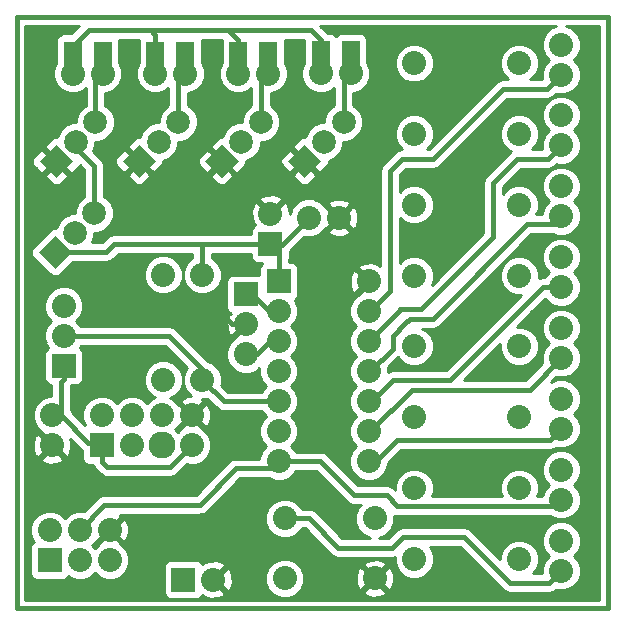
<source format=gtl>
G04 (created by PCBNEW-RS274X (2010-12-18 BZR 2669)-stable) date 2011-02-06T23:53:48 CET*
G01*
G70*
G90*
%MOIN*%
G04 Gerber Fmt 3.4, Leading zero omitted, Abs format*
%FSLAX34Y34*%
G04 APERTURE LIST*
%ADD10C,0.006000*%
%ADD11C,0.015000*%
%ADD12R,0.080000X0.080000*%
%ADD13C,0.080000*%
%ADD14R,0.060000X0.118100*%
%ADD15C,0.090000*%
%ADD16C,0.078700*%
%ADD17C,0.016000*%
%ADD18C,0.010000*%
G04 APERTURE END LIST*
G54D10*
G54D11*
X10335Y-27756D02*
X30020Y-27756D01*
X10335Y-08071D02*
X10335Y-27756D01*
X30020Y-08071D02*
X10335Y-08071D01*
X30020Y-27756D02*
X30020Y-08071D01*
G54D12*
X17953Y-17307D03*
G54D13*
X17953Y-18307D03*
X17953Y-19307D03*
X22258Y-24776D03*
X22258Y-26776D03*
X19258Y-24776D03*
X19258Y-26776D03*
X17699Y-09944D03*
X18699Y-09944D03*
G54D14*
X17699Y-09444D03*
X18699Y-09444D03*
G54D13*
X20457Y-09943D03*
X21457Y-09943D03*
G54D14*
X20457Y-09443D03*
X21457Y-09443D03*
G54D13*
X14945Y-09944D03*
X15945Y-09944D03*
G54D14*
X14945Y-09444D03*
X15945Y-09444D03*
G54D13*
X12189Y-09945D03*
X13189Y-09945D03*
G54D14*
X12189Y-09445D03*
X13189Y-09445D03*
G54D12*
X15878Y-26811D03*
G54D13*
X16878Y-26811D03*
X28475Y-25515D03*
X28475Y-26515D03*
X28474Y-23151D03*
X28474Y-24151D03*
X28473Y-20791D03*
X28473Y-21791D03*
X28474Y-18428D03*
X28474Y-19428D03*
X28475Y-16064D03*
X28475Y-17064D03*
X28474Y-13705D03*
X28474Y-14705D03*
X28472Y-11341D03*
X28472Y-12341D03*
X28474Y-08980D03*
X28474Y-09980D03*
X20061Y-14752D03*
X21061Y-14752D03*
G54D12*
X13156Y-22341D03*
G54D13*
X13156Y-21341D03*
X14156Y-22341D03*
X14156Y-21341D03*
G54D15*
X15156Y-22341D03*
G54D13*
X15156Y-21341D03*
X16156Y-22341D03*
X16156Y-21341D03*
G54D12*
X11424Y-26170D03*
G54D13*
X11424Y-25170D03*
X12424Y-26170D03*
X12424Y-25170D03*
X13424Y-26170D03*
X13424Y-25170D03*
G54D12*
X11895Y-19691D03*
G54D13*
X11895Y-18691D03*
X11895Y-17691D03*
G54D12*
X19060Y-16875D03*
G54D13*
X19060Y-17875D03*
X19060Y-18875D03*
X19060Y-19875D03*
X19060Y-20875D03*
X19060Y-21875D03*
X19060Y-22875D03*
X22060Y-22875D03*
X22060Y-21875D03*
X22060Y-20875D03*
X22060Y-19875D03*
X22060Y-18875D03*
X22060Y-17875D03*
X22060Y-16875D03*
X11499Y-21339D03*
X11499Y-22339D03*
G54D10*
G36*
X11608Y-15347D02*
X12164Y-15903D01*
X11608Y-16459D01*
X11052Y-15903D01*
X11608Y-15347D01*
X11608Y-15347D01*
G37*
G54D16*
X12258Y-15253D03*
X12908Y-14603D03*
G54D10*
G36*
X11647Y-12314D02*
X12203Y-12870D01*
X11647Y-13426D01*
X11091Y-12870D01*
X11647Y-12314D01*
X11647Y-12314D01*
G37*
G54D16*
X12297Y-12220D03*
X12947Y-11570D03*
G54D10*
G36*
X14405Y-12312D02*
X14961Y-12868D01*
X14405Y-13424D01*
X13849Y-12868D01*
X14405Y-12312D01*
X14405Y-12312D01*
G37*
G54D16*
X15055Y-12218D03*
X15705Y-11568D03*
G54D10*
G36*
X17158Y-12313D02*
X17714Y-12869D01*
X17158Y-13425D01*
X16602Y-12869D01*
X17158Y-12313D01*
X17158Y-12313D01*
G37*
G54D16*
X17808Y-12219D03*
X18458Y-11569D03*
G54D10*
G36*
X19915Y-12312D02*
X20471Y-12868D01*
X19915Y-13424D01*
X19359Y-12868D01*
X19915Y-12312D01*
X19915Y-12312D01*
G37*
G54D16*
X20565Y-12218D03*
X21215Y-11568D03*
G54D12*
X18780Y-15622D03*
G54D13*
X18780Y-14614D03*
X15200Y-20150D03*
X15200Y-16650D03*
X23574Y-09594D03*
X27074Y-09594D03*
X23574Y-11955D03*
X27074Y-11955D03*
X23575Y-14318D03*
X27075Y-14318D03*
X23576Y-16681D03*
X27076Y-16681D03*
X23575Y-19042D03*
X27075Y-19042D03*
X23573Y-21406D03*
X27073Y-21406D03*
X23573Y-23766D03*
X27073Y-23766D03*
X23575Y-26130D03*
X27075Y-26130D03*
X16500Y-20150D03*
X16500Y-16650D03*
G54D17*
X17953Y-18307D02*
X17507Y-18307D01*
X17507Y-18307D02*
X17200Y-18000D01*
X22060Y-22875D02*
X22283Y-22875D01*
X22993Y-22165D02*
X28099Y-22165D01*
X22283Y-22875D02*
X22993Y-22165D01*
X28099Y-22165D02*
X28473Y-21791D01*
X16422Y-24322D02*
X17634Y-23110D01*
X28255Y-24370D02*
X28474Y-24151D01*
X21565Y-24005D02*
X22648Y-24005D01*
X20435Y-22875D02*
X21565Y-24005D01*
X12424Y-25170D02*
X13232Y-24331D01*
X18825Y-23110D02*
X19060Y-22875D01*
X22648Y-24005D02*
X23013Y-24370D01*
X15788Y-24331D02*
X16422Y-24322D01*
X19060Y-22875D02*
X20435Y-22875D01*
X17634Y-23110D02*
X18825Y-23110D01*
X15788Y-24331D02*
X13232Y-24331D01*
X23013Y-24370D02*
X28255Y-24370D01*
X18330Y-19307D02*
X18762Y-18875D01*
X18762Y-18875D02*
X19060Y-18875D01*
X17953Y-19307D02*
X18330Y-19307D01*
X13189Y-09945D02*
X13189Y-09445D01*
X12947Y-11570D02*
X12947Y-10187D01*
X12947Y-10187D02*
X13189Y-09945D01*
X15705Y-10184D02*
X15945Y-09944D01*
X15705Y-11568D02*
X15705Y-10184D01*
X15945Y-09944D02*
X15945Y-09444D01*
X23418Y-18117D02*
X24183Y-18117D01*
X24183Y-18117D02*
X27339Y-14961D01*
X28218Y-14961D02*
X28474Y-14705D01*
X27339Y-14961D02*
X28218Y-14961D01*
X22855Y-18680D02*
X23268Y-18267D01*
X22093Y-19875D02*
X22855Y-19113D01*
X22855Y-19113D02*
X22855Y-18680D01*
X22060Y-19875D02*
X22093Y-19875D01*
X23268Y-18267D02*
X23418Y-18117D01*
X26536Y-10472D02*
X27982Y-10472D01*
X23150Y-12795D02*
X24213Y-12795D01*
X22756Y-13189D02*
X23150Y-12795D01*
X27982Y-10472D02*
X28474Y-09980D01*
X24213Y-12795D02*
X26536Y-10472D01*
X22086Y-17875D02*
X22756Y-17205D01*
X22756Y-17205D02*
X22756Y-14252D01*
X22060Y-17875D02*
X22086Y-17875D01*
X22756Y-14252D02*
X22756Y-13189D01*
X18458Y-10185D02*
X18699Y-09944D01*
X18699Y-09944D02*
X18699Y-09444D01*
X18458Y-11569D02*
X18458Y-10185D01*
X21215Y-11568D02*
X21215Y-10185D01*
X21457Y-09943D02*
X21457Y-09443D01*
X21215Y-10185D02*
X21457Y-09943D01*
X26200Y-13700D02*
X26200Y-13600D01*
X26200Y-13600D02*
X27005Y-12795D01*
X22633Y-18302D02*
X22643Y-18302D01*
X22643Y-18302D02*
X23110Y-17835D01*
X28018Y-12795D02*
X28472Y-12341D01*
X23110Y-17835D02*
X23110Y-17800D01*
X27005Y-12795D02*
X28018Y-12795D01*
X23800Y-17800D02*
X26200Y-15400D01*
X26200Y-15400D02*
X26200Y-13700D01*
X23110Y-17800D02*
X23800Y-17800D01*
X22641Y-18294D02*
X22633Y-18302D01*
X22633Y-18302D02*
X22060Y-18875D01*
X22866Y-20166D02*
X24755Y-20166D01*
X24755Y-20166D02*
X27283Y-17638D01*
X22157Y-20875D02*
X22060Y-20875D01*
X22866Y-20166D02*
X22157Y-20875D01*
X27284Y-17638D02*
X27858Y-17064D01*
X27858Y-17064D02*
X28475Y-17064D01*
X27283Y-17638D02*
X27284Y-17638D01*
X25236Y-25394D02*
X26771Y-26929D01*
X19258Y-24776D02*
X20051Y-24776D01*
X20051Y-24776D02*
X21023Y-25748D01*
X23188Y-25394D02*
X25236Y-25394D01*
X26771Y-26929D02*
X28061Y-26929D01*
X28061Y-26929D02*
X28475Y-26515D01*
X21023Y-25748D02*
X22834Y-25748D01*
X22834Y-25748D02*
X23188Y-25394D01*
X16500Y-20150D02*
X16500Y-19800D01*
X15391Y-18691D02*
X11895Y-18691D01*
X16500Y-19800D02*
X15391Y-18691D01*
X19060Y-20875D02*
X17225Y-20875D01*
X17225Y-20875D02*
X16500Y-20150D01*
X18741Y-17875D02*
X19060Y-17875D01*
X17953Y-17307D02*
X18173Y-17307D01*
X18173Y-17307D02*
X18741Y-17875D01*
X12696Y-22245D02*
X13060Y-22245D01*
X11790Y-21339D02*
X12696Y-22245D01*
X13060Y-22245D02*
X13156Y-22341D01*
X13156Y-22341D02*
X13156Y-22880D01*
X15426Y-23071D02*
X16156Y-22341D01*
X13156Y-22880D02*
X13347Y-23071D01*
X11790Y-21339D02*
X11790Y-20239D01*
X13347Y-23071D02*
X15426Y-23071D01*
X11790Y-21339D02*
X11499Y-21339D01*
X11895Y-19691D02*
X11895Y-20134D01*
X11790Y-20239D02*
X11895Y-20134D01*
X12297Y-12220D02*
X12297Y-12415D01*
X12908Y-13026D02*
X12908Y-14603D01*
X12297Y-12415D02*
X12908Y-13026D01*
X23488Y-20488D02*
X27414Y-20488D01*
X27414Y-20488D02*
X28474Y-19428D01*
X22060Y-21875D02*
X22101Y-21875D01*
X22101Y-21875D02*
X23488Y-20488D01*
X16500Y-16650D02*
X16500Y-15622D01*
X18780Y-15622D02*
X16500Y-15622D01*
X16500Y-15622D02*
X13578Y-15622D01*
X13297Y-15903D02*
X11608Y-15903D01*
X13578Y-15622D02*
X13297Y-15903D01*
X18780Y-15622D02*
X19191Y-15622D01*
X19191Y-15622D02*
X20061Y-14752D01*
X20457Y-09943D02*
X20457Y-09443D01*
X12189Y-09945D02*
X12189Y-09445D01*
X14945Y-09944D02*
X14945Y-09444D01*
X20457Y-09943D02*
X20457Y-08843D01*
X20457Y-08843D02*
X20118Y-08504D01*
X17699Y-09944D02*
X17699Y-08841D01*
X17699Y-08841D02*
X17362Y-08504D01*
X14945Y-09944D02*
X14945Y-08646D01*
X14945Y-08646D02*
X14803Y-08504D01*
X12189Y-09945D02*
X12189Y-09031D01*
X12189Y-09031D02*
X12716Y-08504D01*
X12716Y-08504D02*
X14803Y-08504D01*
X14803Y-08504D02*
X17362Y-08504D01*
X17362Y-08504D02*
X20118Y-08504D01*
X17699Y-09944D02*
X17699Y-09444D01*
X19060Y-15645D02*
X19060Y-16875D01*
X19168Y-15645D02*
X19060Y-15645D01*
X20061Y-14752D02*
X19168Y-15645D01*
G54D18*
X10610Y-08346D02*
X12407Y-08346D01*
X20426Y-08346D02*
X28308Y-08346D01*
X28639Y-08346D02*
X29745Y-08346D01*
X10610Y-08426D02*
X12327Y-08426D01*
X20506Y-08426D02*
X28115Y-08426D01*
X28832Y-08426D02*
X29745Y-08426D01*
X10610Y-08506D02*
X12247Y-08506D01*
X20586Y-08506D02*
X28030Y-08506D01*
X28918Y-08506D02*
X29745Y-08506D01*
X10610Y-08586D02*
X12167Y-08586D01*
X20666Y-08586D02*
X27950Y-08586D01*
X28998Y-08586D02*
X29745Y-08586D01*
X10610Y-08666D02*
X11726Y-08666D01*
X20922Y-08666D02*
X20992Y-08666D01*
X21922Y-08666D02*
X27901Y-08666D01*
X29046Y-08666D02*
X29745Y-08666D01*
X10610Y-08746D02*
X11664Y-08746D01*
X21982Y-08746D02*
X27868Y-08746D01*
X29079Y-08746D02*
X29745Y-08746D01*
X10610Y-08826D02*
X11640Y-08826D01*
X22006Y-08826D02*
X27835Y-08826D01*
X29112Y-08826D02*
X29745Y-08826D01*
X10610Y-08906D02*
X11640Y-08906D01*
X13738Y-08906D02*
X14396Y-08906D01*
X16494Y-08906D02*
X17150Y-08906D01*
X19248Y-08906D02*
X19908Y-08906D01*
X22006Y-08906D02*
X27825Y-08906D01*
X29123Y-08906D02*
X29745Y-08906D01*
X10610Y-08986D02*
X11640Y-08986D01*
X13738Y-08986D02*
X14396Y-08986D01*
X16494Y-08986D02*
X17150Y-08986D01*
X19248Y-08986D02*
X19908Y-08986D01*
X22006Y-08986D02*
X23346Y-08986D01*
X23801Y-08986D02*
X26846Y-08986D01*
X27301Y-08986D02*
X27825Y-08986D01*
X29123Y-08986D02*
X29745Y-08986D01*
X10610Y-09066D02*
X11640Y-09066D01*
X13738Y-09066D02*
X14396Y-09066D01*
X16494Y-09066D02*
X17150Y-09066D01*
X19248Y-09066D02*
X19908Y-09066D01*
X22006Y-09066D02*
X23184Y-09066D01*
X23964Y-09066D02*
X26684Y-09066D01*
X27464Y-09066D02*
X27825Y-09066D01*
X29123Y-09066D02*
X29745Y-09066D01*
X10610Y-09146D02*
X11640Y-09146D01*
X13738Y-09146D02*
X14396Y-09146D01*
X16494Y-09146D02*
X17150Y-09146D01*
X19248Y-09146D02*
X19908Y-09146D01*
X22006Y-09146D02*
X23104Y-09146D01*
X24044Y-09146D02*
X26604Y-09146D01*
X27544Y-09146D02*
X27841Y-09146D01*
X29108Y-09146D02*
X29745Y-09146D01*
X10610Y-09226D02*
X11640Y-09226D01*
X13738Y-09226D02*
X14396Y-09226D01*
X16494Y-09226D02*
X17150Y-09226D01*
X19248Y-09226D02*
X19908Y-09226D01*
X22006Y-09226D02*
X23024Y-09226D01*
X24124Y-09226D02*
X26524Y-09226D01*
X27624Y-09226D02*
X27874Y-09226D01*
X29075Y-09226D02*
X29745Y-09226D01*
X10610Y-09306D02*
X11640Y-09306D01*
X13738Y-09306D02*
X14396Y-09306D01*
X16494Y-09306D02*
X17150Y-09306D01*
X19248Y-09306D02*
X19908Y-09306D01*
X22006Y-09306D02*
X22990Y-09306D01*
X24157Y-09306D02*
X26490Y-09306D01*
X27657Y-09306D02*
X27907Y-09306D01*
X29042Y-09306D02*
X29745Y-09306D01*
X10610Y-09386D02*
X11640Y-09386D01*
X13738Y-09386D02*
X14396Y-09386D01*
X16494Y-09386D02*
X17150Y-09386D01*
X19248Y-09386D02*
X19908Y-09386D01*
X22006Y-09386D02*
X22957Y-09386D01*
X24190Y-09386D02*
X26457Y-09386D01*
X27690Y-09386D02*
X27962Y-09386D01*
X28986Y-09386D02*
X29745Y-09386D01*
X10610Y-09466D02*
X11640Y-09466D01*
X13738Y-09466D02*
X14396Y-09466D01*
X16494Y-09466D02*
X17150Y-09466D01*
X19248Y-09466D02*
X19908Y-09466D01*
X22006Y-09466D02*
X22925Y-09466D01*
X24223Y-09466D02*
X26425Y-09466D01*
X27723Y-09466D02*
X28042Y-09466D01*
X28906Y-09466D02*
X29745Y-09466D01*
X10610Y-09546D02*
X11640Y-09546D01*
X13738Y-09546D02*
X14396Y-09546D01*
X16494Y-09546D02*
X17150Y-09546D01*
X19248Y-09546D02*
X19908Y-09546D01*
X22006Y-09546D02*
X22925Y-09546D01*
X24223Y-09546D02*
X26425Y-09546D01*
X27723Y-09546D02*
X27990Y-09546D01*
X28958Y-09546D02*
X29745Y-09546D01*
X10610Y-09626D02*
X11618Y-09626D01*
X13759Y-09626D02*
X14374Y-09626D01*
X16515Y-09626D02*
X17128Y-09626D01*
X19269Y-09626D02*
X19885Y-09626D01*
X22028Y-09626D02*
X22925Y-09626D01*
X24223Y-09626D02*
X26425Y-09626D01*
X27723Y-09626D02*
X27918Y-09626D01*
X29029Y-09626D02*
X29745Y-09626D01*
X10610Y-09706D02*
X11585Y-09706D01*
X13792Y-09706D02*
X14341Y-09706D01*
X16548Y-09706D02*
X17095Y-09706D01*
X19302Y-09706D02*
X19852Y-09706D01*
X22061Y-09706D02*
X22925Y-09706D01*
X24223Y-09706D02*
X26425Y-09706D01*
X27723Y-09706D02*
X27885Y-09706D01*
X29062Y-09706D02*
X29745Y-09706D01*
X10610Y-09786D02*
X11552Y-09786D01*
X13825Y-09786D02*
X14308Y-09786D01*
X16581Y-09786D02*
X17062Y-09786D01*
X19335Y-09786D02*
X19819Y-09786D01*
X22094Y-09786D02*
X22952Y-09786D01*
X24197Y-09786D02*
X24223Y-09786D01*
X24223Y-09786D02*
X26452Y-09786D01*
X27697Y-09786D02*
X27851Y-09786D01*
X29096Y-09786D02*
X29745Y-09786D01*
X10610Y-09866D02*
X11540Y-09866D01*
X13838Y-09866D02*
X14296Y-09866D01*
X16594Y-09866D02*
X17050Y-09866D01*
X19348Y-09866D02*
X19808Y-09866D01*
X22106Y-09866D02*
X22985Y-09866D01*
X24164Y-09866D02*
X24223Y-09866D01*
X24223Y-09866D02*
X26485Y-09866D01*
X27664Y-09866D02*
X27825Y-09866D01*
X29123Y-09866D02*
X29745Y-09866D01*
X10610Y-09946D02*
X11540Y-09946D01*
X13838Y-09946D02*
X14296Y-09946D01*
X16594Y-09946D02*
X17050Y-09946D01*
X19348Y-09946D02*
X19808Y-09946D01*
X22106Y-09946D02*
X23018Y-09946D01*
X24131Y-09946D02*
X24223Y-09946D01*
X24223Y-09946D02*
X26518Y-09946D01*
X27631Y-09946D02*
X27825Y-09946D01*
X29123Y-09946D02*
X29745Y-09946D01*
X10610Y-10026D02*
X11540Y-10026D01*
X13838Y-10026D02*
X14296Y-10026D01*
X16594Y-10026D02*
X17050Y-10026D01*
X19348Y-10026D02*
X19808Y-10026D01*
X22106Y-10026D02*
X23088Y-10026D01*
X24060Y-10026D02*
X24223Y-10026D01*
X24223Y-10026D02*
X26588Y-10026D01*
X27560Y-10026D02*
X27825Y-10026D01*
X29123Y-10026D02*
X29745Y-10026D01*
X10610Y-10106D02*
X11554Y-10106D01*
X13825Y-10106D02*
X14310Y-10106D01*
X16581Y-10106D02*
X17064Y-10106D01*
X19335Y-10106D02*
X19823Y-10106D01*
X22092Y-10106D02*
X23168Y-10106D01*
X23980Y-10106D02*
X24223Y-10106D01*
X24223Y-10106D02*
X26668Y-10106D01*
X27480Y-10106D02*
X27825Y-10106D01*
X29123Y-10106D02*
X29745Y-10106D01*
X10610Y-10186D02*
X11587Y-10186D01*
X13792Y-10186D02*
X14343Y-10186D01*
X16548Y-10186D02*
X17097Y-10186D01*
X19302Y-10186D02*
X19856Y-10186D01*
X22059Y-10186D02*
X23308Y-10186D01*
X23841Y-10186D02*
X24223Y-10186D01*
X24223Y-10186D02*
X26381Y-10186D01*
X29092Y-10186D02*
X29745Y-10186D01*
X10610Y-10266D02*
X11620Y-10266D01*
X13759Y-10266D02*
X14376Y-10266D01*
X16515Y-10266D02*
X17130Y-10266D01*
X19269Y-10266D02*
X19889Y-10266D01*
X22026Y-10266D02*
X24223Y-10266D01*
X24223Y-10266D02*
X26276Y-10266D01*
X29058Y-10266D02*
X29745Y-10266D01*
X10610Y-10346D02*
X11672Y-10346D01*
X13706Y-10346D02*
X14429Y-10346D01*
X16461Y-10346D02*
X17183Y-10346D01*
X19215Y-10346D02*
X19942Y-10346D01*
X21972Y-10346D02*
X24223Y-10346D01*
X24223Y-10346D02*
X26196Y-10346D01*
X29025Y-10346D02*
X29745Y-10346D01*
X10610Y-10426D02*
X11752Y-10426D01*
X13626Y-10426D02*
X14509Y-10426D01*
X16381Y-10426D02*
X17263Y-10426D01*
X19135Y-10426D02*
X20022Y-10426D01*
X21892Y-10426D02*
X24223Y-10426D01*
X24223Y-10426D02*
X26116Y-10426D01*
X28946Y-10426D02*
X29745Y-10426D01*
X10610Y-10506D02*
X11848Y-10506D01*
X12531Y-10506D02*
X12617Y-10506D01*
X13531Y-10506D02*
X14606Y-10506D01*
X15285Y-10506D02*
X15375Y-10506D01*
X16285Y-10506D02*
X17360Y-10506D01*
X18039Y-10506D02*
X18128Y-10506D01*
X19039Y-10506D02*
X20121Y-10506D01*
X20794Y-10506D02*
X20885Y-10506D01*
X21794Y-10506D02*
X24223Y-10506D01*
X24223Y-10506D02*
X26036Y-10506D01*
X28866Y-10506D02*
X29745Y-10506D01*
X10610Y-10586D02*
X12041Y-10586D01*
X12338Y-10586D02*
X12617Y-10586D01*
X13338Y-10586D02*
X14800Y-10586D01*
X15091Y-10586D02*
X15375Y-10586D01*
X16091Y-10586D02*
X17554Y-10586D01*
X17845Y-10586D02*
X18128Y-10586D01*
X18845Y-10586D02*
X20314Y-10586D01*
X20601Y-10586D02*
X20885Y-10586D01*
X21601Y-10586D02*
X24223Y-10586D01*
X24223Y-10586D02*
X25956Y-10586D01*
X28707Y-10586D02*
X29745Y-10586D01*
X10610Y-10666D02*
X12617Y-10666D01*
X13277Y-10666D02*
X15375Y-10666D01*
X16035Y-10666D02*
X18128Y-10666D01*
X18788Y-10666D02*
X20885Y-10666D01*
X21545Y-10666D02*
X24223Y-10666D01*
X24223Y-10666D02*
X25876Y-10666D01*
X28254Y-10666D02*
X29745Y-10666D01*
X10610Y-10746D02*
X12617Y-10746D01*
X13277Y-10746D02*
X15375Y-10746D01*
X16035Y-10746D02*
X18128Y-10746D01*
X18788Y-10746D02*
X20885Y-10746D01*
X21545Y-10746D02*
X24223Y-10746D01*
X24223Y-10746D02*
X25796Y-10746D01*
X28155Y-10746D02*
X28212Y-10746D01*
X28731Y-10746D02*
X29745Y-10746D01*
X10610Y-10826D02*
X12617Y-10826D01*
X13277Y-10826D02*
X15375Y-10826D01*
X16035Y-10826D02*
X18128Y-10826D01*
X18788Y-10826D02*
X20885Y-10826D01*
X21545Y-10826D02*
X24223Y-10826D01*
X24223Y-10826D02*
X25716Y-10826D01*
X26648Y-10826D02*
X28069Y-10826D01*
X28875Y-10826D02*
X29745Y-10826D01*
X10610Y-10906D02*
X12617Y-10906D01*
X13277Y-10906D02*
X15375Y-10906D01*
X16035Y-10906D02*
X18128Y-10906D01*
X18788Y-10906D02*
X20885Y-10906D01*
X21545Y-10906D02*
X24223Y-10906D01*
X24223Y-10906D02*
X25636Y-10906D01*
X26568Y-10906D02*
X27989Y-10906D01*
X28955Y-10906D02*
X29745Y-10906D01*
X10610Y-10986D02*
X12617Y-10986D01*
X13277Y-10986D02*
X15375Y-10986D01*
X16035Y-10986D02*
X18128Y-10986D01*
X18788Y-10986D02*
X20885Y-10986D01*
X21545Y-10986D02*
X24223Y-10986D01*
X24223Y-10986D02*
X25556Y-10986D01*
X26488Y-10986D02*
X27916Y-10986D01*
X29027Y-10986D02*
X29745Y-10986D01*
X10610Y-11066D02*
X12542Y-11066D01*
X13351Y-11066D02*
X15298Y-11066D01*
X16111Y-11066D02*
X18052Y-11066D01*
X18863Y-11066D02*
X20808Y-11066D01*
X21621Y-11066D02*
X24223Y-11066D01*
X24223Y-11066D02*
X25476Y-11066D01*
X26408Y-11066D02*
X27883Y-11066D01*
X29060Y-11066D02*
X29745Y-11066D01*
X10610Y-11146D02*
X12462Y-11146D01*
X13431Y-11146D02*
X15218Y-11146D01*
X16191Y-11146D02*
X17972Y-11146D01*
X18943Y-11146D02*
X20728Y-11146D01*
X21701Y-11146D02*
X24223Y-11146D01*
X24223Y-11146D02*
X25396Y-11146D01*
X26328Y-11146D02*
X27850Y-11146D01*
X29093Y-11146D02*
X29745Y-11146D01*
X10610Y-11226D02*
X12394Y-11226D01*
X13499Y-11226D02*
X15151Y-11226D01*
X16258Y-11226D02*
X17904Y-11226D01*
X19011Y-11226D02*
X20661Y-11226D01*
X21768Y-11226D02*
X24223Y-11226D01*
X24223Y-11226D02*
X25316Y-11226D01*
X26248Y-11226D02*
X27823Y-11226D01*
X29121Y-11226D02*
X29745Y-11226D01*
X10610Y-11306D02*
X12360Y-11306D01*
X13533Y-11306D02*
X15117Y-11306D01*
X16291Y-11306D02*
X17871Y-11306D01*
X19044Y-11306D02*
X20627Y-11306D01*
X21801Y-11306D02*
X23445Y-11306D01*
X23703Y-11306D02*
X24223Y-11306D01*
X24223Y-11306D02*
X25236Y-11306D01*
X26168Y-11306D02*
X26945Y-11306D01*
X27203Y-11306D02*
X27823Y-11306D01*
X29121Y-11306D02*
X29745Y-11306D01*
X10610Y-11386D02*
X12327Y-11386D01*
X13566Y-11386D02*
X15084Y-11386D01*
X16325Y-11386D02*
X17837Y-11386D01*
X19077Y-11386D02*
X20594Y-11386D01*
X21835Y-11386D02*
X23251Y-11386D01*
X23896Y-11386D02*
X24223Y-11386D01*
X24223Y-11386D02*
X25156Y-11386D01*
X26088Y-11386D02*
X26751Y-11386D01*
X27396Y-11386D02*
X27823Y-11386D01*
X29121Y-11386D02*
X29745Y-11386D01*
X10610Y-11466D02*
X12304Y-11466D01*
X13590Y-11466D02*
X15062Y-11466D01*
X16348Y-11466D02*
X17815Y-11466D01*
X19101Y-11466D02*
X20572Y-11466D01*
X21858Y-11466D02*
X23145Y-11466D01*
X24003Y-11466D02*
X24223Y-11466D01*
X24223Y-11466D02*
X25076Y-11466D01*
X26008Y-11466D02*
X26645Y-11466D01*
X27503Y-11466D02*
X27823Y-11466D01*
X29121Y-11466D02*
X29745Y-11466D01*
X10610Y-11546D02*
X12304Y-11546D01*
X13590Y-11546D02*
X15062Y-11546D01*
X16348Y-11546D02*
X17815Y-11546D01*
X19101Y-11546D02*
X20572Y-11546D01*
X21858Y-11546D02*
X23065Y-11546D01*
X24083Y-11546D02*
X24223Y-11546D01*
X24223Y-11546D02*
X24996Y-11546D01*
X25928Y-11546D02*
X26565Y-11546D01*
X27583Y-11546D02*
X27855Y-11546D01*
X29090Y-11546D02*
X29745Y-11546D01*
X10610Y-11626D02*
X12052Y-11626D01*
X13590Y-11626D02*
X14805Y-11626D01*
X16348Y-11626D02*
X17560Y-11626D01*
X19101Y-11626D02*
X20315Y-11626D01*
X21858Y-11626D02*
X23007Y-11626D01*
X24140Y-11626D02*
X24223Y-11626D01*
X24223Y-11626D02*
X24916Y-11626D01*
X25848Y-11626D02*
X26507Y-11626D01*
X27640Y-11626D02*
X27888Y-11626D01*
X29057Y-11626D02*
X29745Y-11626D01*
X10610Y-11706D02*
X11902Y-11706D01*
X13588Y-11706D02*
X14658Y-11706D01*
X16345Y-11706D02*
X17412Y-11706D01*
X19098Y-11706D02*
X20168Y-11706D01*
X21855Y-11706D02*
X22974Y-11706D01*
X24173Y-11706D02*
X24223Y-11706D01*
X24223Y-11706D02*
X24836Y-11706D01*
X25768Y-11706D02*
X26474Y-11706D01*
X27673Y-11706D02*
X27921Y-11706D01*
X29024Y-11706D02*
X29745Y-11706D01*
X10610Y-11786D02*
X11822Y-11786D01*
X13554Y-11786D02*
X14578Y-11786D01*
X16311Y-11786D02*
X17332Y-11786D01*
X19065Y-11786D02*
X20088Y-11786D01*
X21821Y-11786D02*
X22941Y-11786D01*
X24206Y-11786D02*
X24223Y-11786D01*
X24223Y-11786D02*
X24756Y-11786D01*
X25688Y-11786D02*
X26441Y-11786D01*
X27706Y-11786D02*
X27999Y-11786D01*
X28945Y-11786D02*
X29745Y-11786D01*
X10610Y-11866D02*
X11748Y-11866D01*
X13520Y-11866D02*
X14505Y-11866D01*
X16278Y-11866D02*
X17258Y-11866D01*
X19031Y-11866D02*
X20015Y-11866D01*
X21788Y-11866D02*
X22925Y-11866D01*
X24223Y-11866D02*
X24676Y-11866D01*
X25608Y-11866D02*
X26425Y-11866D01*
X27723Y-11866D02*
X28029Y-11866D01*
X28915Y-11866D02*
X29745Y-11866D01*
X10610Y-11946D02*
X11714Y-11946D01*
X13480Y-11946D02*
X14471Y-11946D01*
X16236Y-11946D02*
X17225Y-11946D01*
X18990Y-11946D02*
X19981Y-11946D01*
X21746Y-11946D02*
X22925Y-11946D01*
X24223Y-11946D02*
X24596Y-11946D01*
X25528Y-11946D02*
X26425Y-11946D01*
X27723Y-11946D02*
X27949Y-11946D01*
X28995Y-11946D02*
X29745Y-11946D01*
X10610Y-12026D02*
X11680Y-12026D01*
X13400Y-12026D02*
X14437Y-12026D01*
X16156Y-12026D02*
X17191Y-12026D01*
X18910Y-12026D02*
X19947Y-12026D01*
X21666Y-12026D02*
X22925Y-12026D01*
X24223Y-12026D02*
X24516Y-12026D01*
X25448Y-12026D02*
X26425Y-12026D01*
X27723Y-12026D02*
X27900Y-12026D01*
X29043Y-12026D02*
X29745Y-12026D01*
X10610Y-12106D02*
X11502Y-12106D01*
X13320Y-12106D02*
X14258Y-12106D01*
X16076Y-12106D02*
X17012Y-12106D01*
X18830Y-12106D02*
X19768Y-12106D01*
X21586Y-12106D02*
X22935Y-12106D01*
X24214Y-12106D02*
X24436Y-12106D01*
X25368Y-12106D02*
X26435Y-12106D01*
X27714Y-12106D02*
X27866Y-12106D01*
X29077Y-12106D02*
X29745Y-12106D01*
X10610Y-12186D02*
X11422Y-12186D01*
X13140Y-12186D02*
X14178Y-12186D01*
X15893Y-12186D02*
X16932Y-12186D01*
X18648Y-12186D02*
X19688Y-12186D01*
X21403Y-12186D02*
X22968Y-12186D01*
X24181Y-12186D02*
X24356Y-12186D01*
X25288Y-12186D02*
X26468Y-12186D01*
X27681Y-12186D02*
X27833Y-12186D01*
X29110Y-12186D02*
X29745Y-12186D01*
X10610Y-12266D02*
X11342Y-12266D01*
X12940Y-12266D02*
X14098Y-12266D01*
X15698Y-12266D02*
X16852Y-12266D01*
X18451Y-12266D02*
X19608Y-12266D01*
X21208Y-12266D02*
X23001Y-12266D01*
X24148Y-12266D02*
X24276Y-12266D01*
X25208Y-12266D02*
X26501Y-12266D01*
X27648Y-12266D02*
X27823Y-12266D01*
X29121Y-12266D02*
X29745Y-12266D01*
X10610Y-12346D02*
X11272Y-12346D01*
X12940Y-12346D02*
X14030Y-12346D01*
X15698Y-12346D02*
X16783Y-12346D01*
X18451Y-12346D02*
X19540Y-12346D01*
X21208Y-12346D02*
X23047Y-12346D01*
X24101Y-12346D02*
X24196Y-12346D01*
X25128Y-12346D02*
X26547Y-12346D01*
X27601Y-12346D02*
X27823Y-12346D01*
X29121Y-12346D02*
X29745Y-12346D01*
X10610Y-12426D02*
X11274Y-12426D01*
X12908Y-12426D02*
X14034Y-12426D01*
X15665Y-12426D02*
X16786Y-12426D01*
X18419Y-12426D02*
X19544Y-12426D01*
X21175Y-12426D02*
X23127Y-12426D01*
X24021Y-12426D02*
X24116Y-12426D01*
X25048Y-12426D02*
X26627Y-12426D01*
X27521Y-12426D02*
X27823Y-12426D01*
X29121Y-12426D02*
X29745Y-12426D01*
X10610Y-12506D02*
X11102Y-12506D01*
X11212Y-12506D02*
X11354Y-12506D01*
X12874Y-12506D02*
X13858Y-12506D01*
X13972Y-12506D02*
X14114Y-12506D01*
X15632Y-12506D02*
X16612Y-12506D01*
X16724Y-12506D02*
X16866Y-12506D01*
X18385Y-12506D02*
X19368Y-12506D01*
X19482Y-12506D02*
X19624Y-12506D01*
X21142Y-12506D02*
X22999Y-12506D01*
X24968Y-12506D02*
X26709Y-12506D01*
X29107Y-12506D02*
X29745Y-12506D01*
X10610Y-12586D02*
X11022Y-12586D01*
X11292Y-12586D02*
X11434Y-12586D01*
X12934Y-12586D02*
X13778Y-12586D01*
X14052Y-12586D02*
X14194Y-12586D01*
X15596Y-12586D02*
X16532Y-12586D01*
X16804Y-12586D02*
X16946Y-12586D01*
X18350Y-12586D02*
X19288Y-12586D01*
X19562Y-12586D02*
X19704Y-12586D01*
X21106Y-12586D02*
X22893Y-12586D01*
X24888Y-12586D02*
X26747Y-12586D01*
X29073Y-12586D02*
X29745Y-12586D01*
X10610Y-12666D02*
X10942Y-12666D01*
X11372Y-12666D02*
X11514Y-12666D01*
X13014Y-12666D02*
X13698Y-12666D01*
X14132Y-12666D02*
X14274Y-12666D01*
X15516Y-12666D02*
X16452Y-12666D01*
X16884Y-12666D02*
X17026Y-12666D01*
X18270Y-12666D02*
X19208Y-12666D01*
X19642Y-12666D02*
X19784Y-12666D01*
X21026Y-12666D02*
X22813Y-12666D01*
X24808Y-12666D02*
X26667Y-12666D01*
X29040Y-12666D02*
X29745Y-12666D01*
X10610Y-12746D02*
X10872Y-12746D01*
X11452Y-12746D02*
X11594Y-12746D01*
X13094Y-12746D02*
X13630Y-12746D01*
X14212Y-12746D02*
X14354Y-12746D01*
X15436Y-12746D02*
X16383Y-12746D01*
X16964Y-12746D02*
X17106Y-12746D01*
X18190Y-12746D02*
X19140Y-12746D01*
X19722Y-12746D02*
X19864Y-12746D01*
X20946Y-12746D02*
X22733Y-12746D01*
X24728Y-12746D02*
X26587Y-12746D01*
X28985Y-12746D02*
X29745Y-12746D01*
X10610Y-12826D02*
X10842Y-12826D01*
X11532Y-12826D02*
X11674Y-12826D01*
X13163Y-12826D02*
X13600Y-12826D01*
X14292Y-12826D02*
X14434Y-12826D01*
X15266Y-12826D02*
X16353Y-12826D01*
X17044Y-12826D02*
X17186Y-12826D01*
X18022Y-12826D02*
X19110Y-12826D01*
X19802Y-12826D02*
X19944Y-12826D01*
X20776Y-12826D02*
X22653Y-12826D01*
X24648Y-12826D02*
X26507Y-12826D01*
X28905Y-12826D02*
X29745Y-12826D01*
X10610Y-12906D02*
X10842Y-12906D01*
X11540Y-12906D02*
X11576Y-12906D01*
X11576Y-12906D02*
X11754Y-12906D01*
X13213Y-12906D02*
X13600Y-12906D01*
X14296Y-12906D02*
X14334Y-12906D01*
X14334Y-12906D02*
X14514Y-12906D01*
X15210Y-12906D02*
X16353Y-12906D01*
X17050Y-12906D02*
X17087Y-12906D01*
X17087Y-12906D02*
X17266Y-12906D01*
X17963Y-12906D02*
X19110Y-12906D01*
X19806Y-12906D02*
X19844Y-12906D01*
X19844Y-12906D02*
X20024Y-12906D01*
X20720Y-12906D02*
X22573Y-12906D01*
X24568Y-12906D02*
X26427Y-12906D01*
X28804Y-12906D02*
X29745Y-12906D01*
X10610Y-12986D02*
X10870Y-12986D01*
X11460Y-12986D02*
X11576Y-12986D01*
X11576Y-12986D02*
X11602Y-12986D01*
X11692Y-12986D02*
X11834Y-12986D01*
X13229Y-12986D02*
X13629Y-12986D01*
X14216Y-12986D02*
X14334Y-12986D01*
X14334Y-12986D02*
X14358Y-12986D01*
X14452Y-12986D02*
X14594Y-12986D01*
X15182Y-12986D02*
X16382Y-12986D01*
X16970Y-12986D02*
X17087Y-12986D01*
X17087Y-12986D02*
X17112Y-12986D01*
X17204Y-12986D02*
X17346Y-12986D01*
X17935Y-12986D02*
X19139Y-12986D01*
X19726Y-12986D02*
X19844Y-12986D01*
X19844Y-12986D02*
X19868Y-12986D01*
X19962Y-12986D02*
X20104Y-12986D01*
X20692Y-12986D02*
X22502Y-12986D01*
X24488Y-12986D02*
X26347Y-12986D01*
X28293Y-12986D02*
X28334Y-12986D01*
X28611Y-12986D02*
X29745Y-12986D01*
X10610Y-13066D02*
X10935Y-13066D01*
X11380Y-13066D02*
X11522Y-13066D01*
X11772Y-13066D02*
X11914Y-13066D01*
X12360Y-13066D02*
X12482Y-13066D01*
X13238Y-13066D02*
X13695Y-13066D01*
X14136Y-13066D02*
X14278Y-13066D01*
X14532Y-13066D02*
X14674Y-13066D01*
X15116Y-13066D02*
X16447Y-13066D01*
X16890Y-13066D02*
X17032Y-13066D01*
X17284Y-13066D02*
X17426Y-13066D01*
X17870Y-13066D02*
X19205Y-13066D01*
X19646Y-13066D02*
X19788Y-13066D01*
X20042Y-13066D02*
X20184Y-13066D01*
X20626Y-13066D02*
X22450Y-13066D01*
X24391Y-13066D02*
X26267Y-13066D01*
X28196Y-13066D02*
X28320Y-13066D01*
X28627Y-13066D02*
X29745Y-13066D01*
X10610Y-13146D02*
X11015Y-13146D01*
X11300Y-13146D02*
X11442Y-13146D01*
X11852Y-13146D02*
X11994Y-13146D01*
X12280Y-13146D02*
X12562Y-13146D01*
X13238Y-13146D02*
X13775Y-13146D01*
X14056Y-13146D02*
X14198Y-13146D01*
X14612Y-13146D02*
X14754Y-13146D01*
X15036Y-13146D02*
X16527Y-13146D01*
X16810Y-13146D02*
X16952Y-13146D01*
X17364Y-13146D02*
X17506Y-13146D01*
X17790Y-13146D02*
X19285Y-13146D01*
X19566Y-13146D02*
X19708Y-13146D01*
X20122Y-13146D02*
X20264Y-13146D01*
X20546Y-13146D02*
X22434Y-13146D01*
X23265Y-13146D02*
X26187Y-13146D01*
X27120Y-13146D02*
X28127Y-13146D01*
X28820Y-13146D02*
X29745Y-13146D01*
X10610Y-13226D02*
X11095Y-13226D01*
X11220Y-13226D02*
X11362Y-13226D01*
X11932Y-13226D02*
X12074Y-13226D01*
X12200Y-13226D02*
X12578Y-13226D01*
X13238Y-13226D02*
X13855Y-13226D01*
X13976Y-13226D02*
X14118Y-13226D01*
X14692Y-13226D02*
X14834Y-13226D01*
X14956Y-13226D02*
X16607Y-13226D01*
X16730Y-13226D02*
X16872Y-13226D01*
X17444Y-13226D02*
X17586Y-13226D01*
X17710Y-13226D02*
X19365Y-13226D01*
X19486Y-13226D02*
X19628Y-13226D01*
X20202Y-13226D02*
X20344Y-13226D01*
X20466Y-13226D02*
X22426Y-13226D01*
X23185Y-13226D02*
X26107Y-13226D01*
X27040Y-13226D02*
X28035Y-13226D01*
X28913Y-13226D02*
X29745Y-13226D01*
X10610Y-13306D02*
X11282Y-13306D01*
X12012Y-13306D02*
X12578Y-13306D01*
X13238Y-13306D02*
X14038Y-13306D01*
X14772Y-13306D02*
X16792Y-13306D01*
X17524Y-13306D02*
X19548Y-13306D01*
X20282Y-13306D02*
X22426Y-13306D01*
X23105Y-13306D02*
X26027Y-13306D01*
X26960Y-13306D02*
X27955Y-13306D01*
X28993Y-13306D02*
X29745Y-13306D01*
X10610Y-13386D02*
X11272Y-13386D01*
X12022Y-13386D02*
X12578Y-13386D01*
X13238Y-13386D02*
X14030Y-13386D01*
X14780Y-13386D02*
X16783Y-13386D01*
X17533Y-13386D02*
X19540Y-13386D01*
X20290Y-13386D02*
X22426Y-13386D01*
X23086Y-13386D02*
X25954Y-13386D01*
X26880Y-13386D02*
X27903Y-13386D01*
X29044Y-13386D02*
X29745Y-13386D01*
X10610Y-13466D02*
X11335Y-13466D01*
X11960Y-13466D02*
X12022Y-13466D01*
X12022Y-13466D02*
X12578Y-13466D01*
X13238Y-13466D02*
X14095Y-13466D01*
X14716Y-13466D02*
X14780Y-13466D01*
X14780Y-13466D02*
X16847Y-13466D01*
X17470Y-13466D02*
X17533Y-13466D01*
X17533Y-13466D02*
X19605Y-13466D01*
X20226Y-13466D02*
X20290Y-13466D01*
X20290Y-13466D02*
X22426Y-13466D01*
X23086Y-13466D02*
X25899Y-13466D01*
X26800Y-13466D02*
X27870Y-13466D01*
X29077Y-13466D02*
X29745Y-13466D01*
X10610Y-13546D02*
X11415Y-13546D01*
X11880Y-13546D02*
X12022Y-13546D01*
X12022Y-13546D02*
X12578Y-13546D01*
X13238Y-13546D02*
X14175Y-13546D01*
X14636Y-13546D02*
X14780Y-13546D01*
X14780Y-13546D02*
X16927Y-13546D01*
X17390Y-13546D02*
X17533Y-13546D01*
X17533Y-13546D02*
X19685Y-13546D01*
X20146Y-13546D02*
X20290Y-13546D01*
X20290Y-13546D02*
X22426Y-13546D01*
X23086Y-13546D02*
X25880Y-13546D01*
X26720Y-13546D02*
X27837Y-13546D01*
X29110Y-13546D02*
X29745Y-13546D01*
X10610Y-13626D02*
X11495Y-13626D01*
X11800Y-13626D02*
X12022Y-13626D01*
X12022Y-13626D02*
X12578Y-13626D01*
X13238Y-13626D02*
X14255Y-13626D01*
X14556Y-13626D02*
X14780Y-13626D01*
X14780Y-13626D02*
X17007Y-13626D01*
X17310Y-13626D02*
X17533Y-13626D01*
X17533Y-13626D02*
X19765Y-13626D01*
X20066Y-13626D02*
X20290Y-13626D01*
X20290Y-13626D02*
X22426Y-13626D01*
X23086Y-13626D02*
X25870Y-13626D01*
X26640Y-13626D02*
X27825Y-13626D01*
X29123Y-13626D02*
X29745Y-13626D01*
X10610Y-13706D02*
X12022Y-13706D01*
X12022Y-13706D02*
X12578Y-13706D01*
X13238Y-13706D02*
X14780Y-13706D01*
X14780Y-13706D02*
X17533Y-13706D01*
X17533Y-13706D02*
X20290Y-13706D01*
X20290Y-13706D02*
X22426Y-13706D01*
X23086Y-13706D02*
X23356Y-13706D01*
X23793Y-13706D02*
X25870Y-13706D01*
X26560Y-13706D02*
X26856Y-13706D01*
X27293Y-13706D02*
X27825Y-13706D01*
X29123Y-13706D02*
X29745Y-13706D01*
X10610Y-13786D02*
X12022Y-13786D01*
X12022Y-13786D02*
X12578Y-13786D01*
X13238Y-13786D02*
X14780Y-13786D01*
X14780Y-13786D02*
X17533Y-13786D01*
X17533Y-13786D02*
X20290Y-13786D01*
X20290Y-13786D02*
X22426Y-13786D01*
X23086Y-13786D02*
X23189Y-13786D01*
X23961Y-13786D02*
X25870Y-13786D01*
X26530Y-13786D02*
X26689Y-13786D01*
X27461Y-13786D02*
X27825Y-13786D01*
X29123Y-13786D02*
X29745Y-13786D01*
X10610Y-13866D02*
X12022Y-13866D01*
X12022Y-13866D02*
X12578Y-13866D01*
X13238Y-13866D02*
X14780Y-13866D01*
X14780Y-13866D02*
X17533Y-13866D01*
X17533Y-13866D02*
X20290Y-13866D01*
X20290Y-13866D02*
X22426Y-13866D01*
X23086Y-13866D02*
X23109Y-13866D01*
X24041Y-13866D02*
X25870Y-13866D01*
X26530Y-13866D02*
X26609Y-13866D01*
X27541Y-13866D02*
X27839Y-13866D01*
X29110Y-13866D02*
X29745Y-13866D01*
X10610Y-13946D02*
X12022Y-13946D01*
X12022Y-13946D02*
X12578Y-13946D01*
X13238Y-13946D02*
X14780Y-13946D01*
X14780Y-13946D02*
X17533Y-13946D01*
X17533Y-13946D02*
X20290Y-13946D01*
X20290Y-13946D02*
X22426Y-13946D01*
X24121Y-13946D02*
X25870Y-13946D01*
X27621Y-13946D02*
X27872Y-13946D01*
X29077Y-13946D02*
X29745Y-13946D01*
X10610Y-14026D02*
X12022Y-14026D01*
X12022Y-14026D02*
X12578Y-14026D01*
X13238Y-14026D02*
X14780Y-14026D01*
X14780Y-14026D02*
X17533Y-14026D01*
X17533Y-14026D02*
X18523Y-14026D01*
X19027Y-14026D02*
X20290Y-14026D01*
X20290Y-14026D02*
X22426Y-14026D01*
X24156Y-14026D02*
X25870Y-14026D01*
X27656Y-14026D02*
X27905Y-14026D01*
X29044Y-14026D02*
X29745Y-14026D01*
X10610Y-14106D02*
X12022Y-14106D01*
X12022Y-14106D02*
X12496Y-14106D01*
X13319Y-14106D02*
X14780Y-14106D01*
X14780Y-14106D02*
X17533Y-14106D01*
X17533Y-14106D02*
X18423Y-14106D01*
X19136Y-14106D02*
X19924Y-14106D01*
X20197Y-14106D02*
X20290Y-14106D01*
X20290Y-14106D02*
X22426Y-14106D01*
X24189Y-14106D02*
X25870Y-14106D01*
X27689Y-14106D02*
X27957Y-14106D01*
X28991Y-14106D02*
X29745Y-14106D01*
X10610Y-14186D02*
X12022Y-14186D01*
X12022Y-14186D02*
X12416Y-14186D01*
X13399Y-14186D02*
X14780Y-14186D01*
X14780Y-14186D02*
X17533Y-14186D01*
X17533Y-14186D02*
X18423Y-14186D01*
X19137Y-14186D02*
X19158Y-14186D01*
X19158Y-14186D02*
X19731Y-14186D01*
X20390Y-14186D02*
X20750Y-14186D01*
X21368Y-14186D02*
X22426Y-14186D01*
X24222Y-14186D02*
X25870Y-14186D01*
X27722Y-14186D02*
X28037Y-14186D01*
X28911Y-14186D02*
X29745Y-14186D01*
X10610Y-14266D02*
X12022Y-14266D01*
X12022Y-14266D02*
X12352Y-14266D01*
X13463Y-14266D02*
X14780Y-14266D01*
X14780Y-14266D02*
X17533Y-14266D01*
X17533Y-14266D02*
X18248Y-14266D01*
X18361Y-14266D02*
X18503Y-14266D01*
X19057Y-14266D02*
X19158Y-14266D01*
X19158Y-14266D02*
X19199Y-14266D01*
X19311Y-14266D02*
X19629Y-14266D01*
X20493Y-14266D02*
X20696Y-14266D01*
X21425Y-14266D02*
X22426Y-14266D01*
X24224Y-14266D02*
X25870Y-14266D01*
X27724Y-14266D02*
X27995Y-14266D01*
X28953Y-14266D02*
X29745Y-14266D01*
X10610Y-14346D02*
X12022Y-14346D01*
X12022Y-14346D02*
X12318Y-14346D01*
X13497Y-14346D02*
X14780Y-14346D01*
X14780Y-14346D02*
X17533Y-14346D01*
X17533Y-14346D02*
X18199Y-14346D01*
X18441Y-14346D02*
X18583Y-14346D01*
X18977Y-14346D02*
X19119Y-14346D01*
X19363Y-14346D02*
X19549Y-14346D01*
X20573Y-14346D02*
X20726Y-14346D01*
X21396Y-14346D02*
X21439Y-14346D01*
X21439Y-14346D02*
X22426Y-14346D01*
X24224Y-14346D02*
X25870Y-14346D01*
X27724Y-14346D02*
X27920Y-14346D01*
X29027Y-14346D02*
X29745Y-14346D01*
X10610Y-14426D02*
X12022Y-14426D01*
X12022Y-14426D02*
X12285Y-14426D01*
X13530Y-14426D02*
X14780Y-14426D01*
X14780Y-14426D02*
X17533Y-14426D01*
X17533Y-14426D02*
X18170Y-14426D01*
X18521Y-14426D02*
X18663Y-14426D01*
X18897Y-14426D02*
X19039Y-14426D01*
X19395Y-14426D02*
X19493Y-14426D01*
X20664Y-14426D02*
X20806Y-14426D01*
X21316Y-14426D02*
X21439Y-14426D01*
X21439Y-14426D02*
X21458Y-14426D01*
X21620Y-14426D02*
X22426Y-14426D01*
X24224Y-14426D02*
X25870Y-14426D01*
X27724Y-14426D02*
X27887Y-14426D01*
X29060Y-14426D02*
X29745Y-14426D01*
X10610Y-14506D02*
X12022Y-14506D01*
X12022Y-14506D02*
X12265Y-14506D01*
X13551Y-14506D02*
X14780Y-14506D01*
X14780Y-14506D02*
X17533Y-14506D01*
X17533Y-14506D02*
X18140Y-14506D01*
X18601Y-14506D02*
X18743Y-14506D01*
X18817Y-14506D02*
X18959Y-14506D01*
X19412Y-14506D02*
X19459Y-14506D01*
X20744Y-14506D02*
X20886Y-14506D01*
X21236Y-14506D02*
X21378Y-14506D01*
X21653Y-14506D02*
X22426Y-14506D01*
X24200Y-14506D02*
X25870Y-14506D01*
X27700Y-14506D02*
X27853Y-14506D01*
X29094Y-14506D02*
X29745Y-14506D01*
X10610Y-14586D02*
X12022Y-14586D01*
X12022Y-14586D02*
X12265Y-14586D01*
X13551Y-14586D02*
X14780Y-14586D01*
X14780Y-14586D02*
X17533Y-14586D01*
X17533Y-14586D02*
X18142Y-14586D01*
X18681Y-14586D02*
X18879Y-14586D01*
X19415Y-14586D02*
X19426Y-14586D01*
X20824Y-14586D02*
X20966Y-14586D01*
X21156Y-14586D02*
X21298Y-14586D01*
X21685Y-14586D02*
X22426Y-14586D01*
X24167Y-14586D02*
X25870Y-14586D01*
X27666Y-14586D02*
X27825Y-14586D01*
X29123Y-14586D02*
X29745Y-14586D01*
X10610Y-14666D02*
X11995Y-14666D01*
X13551Y-14666D02*
X14780Y-14666D01*
X14780Y-14666D02*
X17533Y-14666D01*
X17533Y-14666D02*
X18146Y-14666D01*
X18761Y-14666D02*
X18799Y-14666D01*
X20904Y-14666D02*
X21046Y-14666D01*
X21076Y-14666D02*
X21218Y-14666D01*
X21694Y-14666D02*
X22426Y-14666D01*
X24134Y-14666D02*
X25870Y-14666D01*
X29123Y-14666D02*
X29745Y-14666D01*
X10610Y-14746D02*
X11856Y-14746D01*
X13546Y-14746D02*
X14780Y-14746D01*
X14780Y-14746D02*
X17533Y-14746D01*
X17533Y-14746D02*
X18149Y-14746D01*
X20984Y-14746D02*
X21138Y-14746D01*
X21697Y-14746D02*
X22426Y-14746D01*
X24065Y-14746D02*
X25870Y-14746D01*
X29123Y-14746D02*
X29745Y-14746D01*
X10610Y-14826D02*
X11776Y-14826D01*
X13512Y-14826D02*
X14780Y-14826D01*
X14780Y-14826D02*
X17533Y-14826D01*
X17533Y-14826D02*
X18174Y-14826D01*
X20916Y-14826D02*
X21058Y-14826D01*
X21064Y-14826D02*
X21206Y-14826D01*
X21700Y-14826D02*
X22426Y-14826D01*
X23086Y-14826D02*
X23165Y-14826D01*
X23985Y-14826D02*
X25870Y-14826D01*
X29123Y-14826D02*
X29745Y-14826D01*
X10610Y-14906D02*
X11706Y-14906D01*
X13479Y-14906D02*
X14780Y-14906D01*
X14780Y-14906D02*
X17533Y-14906D01*
X17533Y-14906D02*
X18207Y-14906D01*
X20836Y-14906D02*
X20978Y-14906D01*
X21144Y-14906D02*
X21286Y-14906D01*
X21684Y-14906D02*
X21702Y-14906D01*
X21702Y-14906D02*
X22426Y-14906D01*
X23086Y-14906D02*
X23299Y-14906D01*
X23852Y-14906D02*
X25870Y-14906D01*
X29094Y-14906D02*
X29745Y-14906D01*
X10610Y-14986D02*
X11672Y-14986D01*
X13434Y-14986D02*
X14780Y-14986D01*
X14780Y-14986D02*
X17533Y-14986D01*
X17533Y-14986D02*
X18266Y-14986D01*
X20756Y-14986D02*
X20898Y-14986D01*
X21224Y-14986D02*
X21366Y-14986D01*
X21654Y-14986D02*
X21702Y-14986D01*
X21702Y-14986D02*
X22426Y-14986D01*
X23086Y-14986D02*
X25870Y-14986D01*
X29061Y-14986D02*
X29745Y-14986D01*
X10610Y-15066D02*
X11638Y-15066D01*
X13354Y-15066D02*
X14780Y-15066D01*
X14780Y-15066D02*
X17533Y-15066D01*
X17533Y-15066D02*
X18184Y-15066D01*
X20676Y-15066D02*
X20818Y-15066D01*
X21304Y-15066D02*
X21446Y-15066D01*
X21625Y-15066D02*
X21702Y-15066D01*
X21702Y-15066D02*
X22426Y-15066D01*
X23086Y-15066D02*
X25870Y-15066D01*
X29027Y-15066D02*
X29745Y-15066D01*
X10610Y-15146D02*
X11457Y-15146D01*
X13274Y-15146D02*
X14780Y-15146D01*
X14780Y-15146D02*
X17533Y-15146D01*
X17533Y-15146D02*
X18141Y-15146D01*
X20585Y-15146D02*
X20738Y-15146D01*
X21384Y-15146D02*
X21702Y-15146D01*
X21702Y-15146D02*
X22426Y-15146D01*
X23086Y-15146D02*
X25870Y-15146D01*
X28951Y-15146D02*
X29745Y-15146D01*
X10610Y-15226D02*
X11377Y-15226D01*
X13084Y-15226D02*
X14780Y-15226D01*
X14780Y-15226D02*
X17533Y-15226D01*
X17533Y-15226D02*
X18131Y-15226D01*
X20505Y-15226D02*
X20693Y-15226D01*
X21430Y-15226D02*
X21439Y-15226D01*
X21439Y-15226D02*
X21702Y-15226D01*
X21702Y-15226D02*
X22426Y-15226D01*
X23086Y-15226D02*
X25870Y-15226D01*
X28871Y-15226D02*
X29745Y-15226D01*
X10610Y-15306D02*
X11297Y-15306D01*
X12901Y-15306D02*
X13507Y-15306D01*
X20420Y-15306D02*
X20721Y-15306D01*
X21401Y-15306D02*
X21439Y-15306D01*
X21439Y-15306D02*
X21702Y-15306D01*
X21702Y-15306D02*
X22426Y-15306D01*
X23086Y-15306D02*
X25827Y-15306D01*
X27460Y-15306D02*
X28229Y-15306D01*
X28719Y-15306D02*
X29745Y-15306D01*
X10610Y-15386D02*
X11217Y-15386D01*
X12900Y-15386D02*
X13348Y-15386D01*
X19893Y-15386D02*
X19897Y-15386D01*
X20227Y-15386D02*
X20939Y-15386D01*
X21136Y-15386D02*
X21439Y-15386D01*
X21439Y-15386D02*
X21702Y-15386D01*
X21702Y-15386D02*
X22426Y-15386D01*
X23086Y-15386D02*
X25747Y-15386D01*
X27380Y-15386D02*
X29745Y-15386D01*
X10610Y-15466D02*
X11137Y-15466D01*
X12866Y-15466D02*
X13267Y-15466D01*
X19813Y-15466D02*
X21439Y-15466D01*
X21439Y-15466D02*
X21702Y-15466D01*
X21702Y-15466D02*
X22426Y-15466D01*
X23086Y-15466D02*
X25667Y-15466D01*
X27300Y-15466D02*
X28222Y-15466D01*
X28727Y-15466D02*
X29745Y-15466D01*
X10610Y-15546D02*
X11057Y-15546D01*
X12832Y-15546D02*
X13187Y-15546D01*
X19733Y-15546D02*
X21439Y-15546D01*
X21439Y-15546D02*
X21702Y-15546D01*
X21702Y-15546D02*
X22426Y-15546D01*
X23086Y-15546D02*
X25587Y-15546D01*
X27220Y-15546D02*
X28075Y-15546D01*
X28875Y-15546D02*
X29745Y-15546D01*
X10610Y-15626D02*
X10977Y-15626D01*
X19653Y-15626D02*
X21439Y-15626D01*
X21439Y-15626D02*
X21702Y-15626D01*
X21702Y-15626D02*
X22426Y-15626D01*
X23086Y-15626D02*
X25507Y-15626D01*
X27140Y-15626D02*
X27995Y-15626D01*
X28955Y-15626D02*
X29745Y-15626D01*
X10610Y-15706D02*
X10897Y-15706D01*
X19573Y-15706D02*
X21439Y-15706D01*
X21439Y-15706D02*
X21702Y-15706D01*
X21702Y-15706D02*
X22426Y-15706D01*
X23086Y-15706D02*
X25427Y-15706D01*
X27060Y-15706D02*
X27920Y-15706D01*
X29029Y-15706D02*
X29745Y-15706D01*
X10610Y-15786D02*
X10831Y-15786D01*
X19493Y-15786D02*
X21439Y-15786D01*
X21439Y-15786D02*
X21702Y-15786D01*
X21702Y-15786D02*
X22426Y-15786D01*
X23086Y-15786D02*
X25347Y-15786D01*
X26980Y-15786D02*
X27887Y-15786D01*
X29062Y-15786D02*
X29745Y-15786D01*
X10610Y-15866D02*
X10803Y-15866D01*
X19429Y-15866D02*
X21439Y-15866D01*
X21439Y-15866D02*
X21702Y-15866D01*
X21702Y-15866D02*
X22426Y-15866D01*
X23086Y-15866D02*
X25267Y-15866D01*
X26900Y-15866D02*
X27854Y-15866D01*
X29095Y-15866D02*
X29745Y-15866D01*
X10610Y-15946D02*
X10803Y-15946D01*
X19429Y-15946D02*
X21439Y-15946D01*
X21439Y-15946D02*
X21702Y-15946D01*
X21702Y-15946D02*
X22426Y-15946D01*
X23086Y-15946D02*
X25187Y-15946D01*
X26820Y-15946D02*
X27826Y-15946D01*
X29124Y-15946D02*
X29745Y-15946D01*
X10610Y-16026D02*
X10834Y-16026D01*
X13640Y-16026D02*
X15010Y-16026D01*
X15389Y-16026D02*
X16170Y-16026D01*
X16830Y-16026D02*
X18131Y-16026D01*
X19429Y-16026D02*
X21439Y-16026D01*
X21439Y-16026D02*
X21702Y-16026D01*
X21702Y-16026D02*
X22426Y-16026D01*
X23086Y-16026D02*
X25107Y-16026D01*
X26740Y-16026D02*
X27826Y-16026D01*
X29124Y-16026D02*
X29745Y-16026D01*
X10610Y-16106D02*
X10903Y-16106D01*
X13560Y-16106D02*
X14826Y-16106D01*
X15574Y-16106D02*
X16126Y-16106D01*
X16874Y-16106D02*
X18146Y-16106D01*
X19415Y-16106D02*
X21439Y-16106D01*
X21439Y-16106D02*
X21702Y-16106D01*
X21702Y-16106D02*
X22426Y-16106D01*
X23086Y-16106D02*
X23268Y-16106D01*
X23883Y-16106D02*
X25027Y-16106D01*
X26660Y-16106D02*
X26768Y-16106D01*
X27383Y-16106D02*
X27826Y-16106D01*
X29124Y-16106D02*
X29745Y-16106D01*
X10610Y-16186D02*
X10983Y-16186D01*
X13457Y-16186D02*
X14746Y-16186D01*
X15654Y-16186D02*
X16046Y-16186D01*
X16954Y-16186D02*
X18192Y-16186D01*
X19390Y-16186D02*
X21439Y-16186D01*
X21439Y-16186D02*
X21702Y-16186D01*
X21702Y-16186D02*
X22426Y-16186D01*
X23086Y-16186D02*
X23153Y-16186D01*
X23999Y-16186D02*
X24947Y-16186D01*
X26580Y-16186D02*
X26653Y-16186D01*
X27499Y-16186D02*
X27826Y-16186D01*
X29124Y-16186D02*
X29745Y-16186D01*
X10610Y-16266D02*
X11063Y-16266D01*
X12153Y-16266D02*
X14666Y-16266D01*
X15734Y-16266D02*
X15966Y-16266D01*
X17034Y-16266D02*
X18319Y-16266D01*
X19603Y-16266D02*
X21439Y-16266D01*
X21439Y-16266D02*
X21702Y-16266D01*
X21702Y-16266D02*
X21855Y-16266D01*
X22250Y-16266D02*
X22426Y-16266D01*
X24079Y-16266D02*
X24867Y-16266D01*
X26500Y-16266D02*
X26573Y-16266D01*
X27579Y-16266D02*
X27857Y-16266D01*
X29094Y-16266D02*
X29745Y-16266D01*
X10610Y-16346D02*
X11143Y-16346D01*
X12073Y-16346D02*
X14623Y-16346D01*
X15776Y-16346D02*
X15923Y-16346D01*
X17076Y-16346D02*
X18443Y-16346D01*
X19675Y-16346D02*
X21439Y-16346D01*
X21439Y-16346D02*
X21702Y-16346D01*
X21702Y-16346D02*
X21710Y-16346D01*
X22408Y-16346D02*
X22426Y-16346D01*
X24139Y-16346D02*
X24787Y-16346D01*
X26420Y-16346D02*
X26512Y-16346D01*
X27639Y-16346D02*
X27890Y-16346D01*
X29061Y-16346D02*
X29745Y-16346D01*
X10610Y-16426D02*
X11223Y-16426D01*
X11993Y-16426D02*
X14590Y-16426D01*
X15809Y-16426D02*
X15890Y-16426D01*
X17109Y-16426D02*
X18411Y-16426D01*
X19709Y-16426D02*
X21439Y-16426D01*
X21439Y-16426D02*
X21682Y-16426D01*
X24172Y-16426D02*
X24707Y-16426D01*
X26340Y-16426D02*
X26479Y-16426D01*
X27672Y-16426D02*
X27923Y-16426D01*
X29028Y-16426D02*
X29745Y-16426D01*
X10610Y-16506D02*
X11303Y-16506D01*
X11913Y-16506D02*
X14557Y-16506D01*
X15842Y-16506D02*
X15857Y-16506D01*
X17142Y-16506D02*
X18411Y-16506D01*
X19709Y-16506D02*
X21439Y-16506D01*
X21439Y-16506D02*
X21586Y-16506D01*
X21620Y-16506D02*
X21762Y-16506D01*
X24205Y-16506D02*
X24627Y-16506D01*
X26260Y-16506D02*
X26446Y-16506D01*
X27705Y-16506D02*
X27999Y-16506D01*
X28951Y-16506D02*
X29745Y-16506D01*
X10610Y-16586D02*
X11383Y-16586D01*
X11833Y-16586D02*
X14551Y-16586D01*
X15849Y-16586D02*
X15851Y-16586D01*
X17149Y-16586D02*
X18411Y-16586D01*
X19709Y-16586D02*
X21439Y-16586D01*
X21439Y-16586D02*
X21487Y-16586D01*
X21700Y-16586D02*
X21842Y-16586D01*
X24225Y-16586D02*
X24547Y-16586D01*
X26180Y-16586D02*
X26427Y-16586D01*
X27725Y-16586D02*
X28035Y-16586D01*
X28915Y-16586D02*
X29745Y-16586D01*
X10610Y-16666D02*
X11463Y-16666D01*
X11753Y-16666D02*
X14551Y-16666D01*
X15849Y-16666D02*
X15851Y-16666D01*
X17149Y-16666D02*
X17484Y-16666D01*
X19709Y-16666D02*
X21439Y-16666D01*
X21439Y-16666D02*
X21457Y-16666D01*
X21780Y-16666D02*
X21922Y-16666D01*
X24225Y-16666D02*
X24467Y-16666D01*
X26100Y-16666D02*
X26427Y-16666D01*
X27725Y-16666D02*
X27955Y-16666D01*
X28995Y-16666D02*
X29745Y-16666D01*
X10610Y-16746D02*
X14551Y-16746D01*
X15849Y-16746D02*
X15851Y-16746D01*
X17149Y-16746D02*
X17362Y-16746D01*
X19709Y-16746D02*
X21428Y-16746D01*
X21860Y-16746D02*
X22002Y-16746D01*
X24225Y-16746D02*
X24387Y-16746D01*
X26020Y-16746D02*
X26427Y-16746D01*
X27725Y-16746D02*
X27797Y-16746D01*
X29045Y-16746D02*
X29745Y-16746D01*
X10610Y-16826D02*
X14571Y-16826D01*
X15830Y-16826D02*
X15849Y-16826D01*
X15849Y-16826D02*
X15871Y-16826D01*
X17130Y-16826D02*
X17316Y-16826D01*
X19709Y-16826D02*
X21422Y-16826D01*
X21940Y-16826D02*
X22082Y-16826D01*
X24219Y-16826D02*
X24307Y-16826D01*
X25940Y-16826D02*
X26434Y-16826D01*
X29078Y-16826D02*
X29745Y-16826D01*
X10610Y-16906D02*
X14604Y-16906D01*
X15797Y-16906D02*
X15849Y-16906D01*
X15849Y-16906D02*
X15904Y-16906D01*
X17097Y-16906D02*
X17304Y-16906D01*
X19709Y-16906D02*
X21425Y-16906D01*
X21958Y-16906D02*
X21989Y-16906D01*
X21989Y-16906D02*
X22100Y-16906D01*
X24185Y-16906D02*
X24227Y-16906D01*
X25860Y-16906D02*
X26467Y-16906D01*
X29111Y-16906D02*
X29745Y-16906D01*
X10610Y-16986D02*
X14637Y-16986D01*
X15764Y-16986D02*
X15849Y-16986D01*
X15849Y-16986D02*
X15937Y-16986D01*
X17064Y-16986D02*
X17304Y-16986D01*
X19709Y-16986D02*
X21428Y-16986D01*
X21878Y-16986D02*
X21989Y-16986D01*
X21989Y-16986D02*
X22020Y-16986D01*
X25780Y-16986D02*
X26500Y-16986D01*
X29124Y-16986D02*
X29745Y-16986D01*
X10610Y-17066D02*
X11708Y-17066D01*
X12081Y-17066D02*
X14698Y-17066D01*
X15702Y-17066D02*
X15849Y-17066D01*
X15849Y-17066D02*
X15998Y-17066D01*
X17002Y-17066D02*
X17304Y-17066D01*
X19709Y-17066D02*
X21446Y-17066D01*
X21798Y-17066D02*
X21940Y-17066D01*
X25700Y-17066D02*
X26543Y-17066D01*
X29124Y-17066D02*
X29745Y-17066D01*
X10610Y-17146D02*
X11522Y-17146D01*
X12268Y-17146D02*
X14778Y-17146D01*
X15622Y-17146D02*
X15849Y-17146D01*
X15849Y-17146D02*
X16078Y-17146D01*
X16922Y-17146D02*
X17304Y-17146D01*
X19709Y-17146D02*
X21478Y-17146D01*
X21718Y-17146D02*
X21860Y-17146D01*
X25620Y-17146D02*
X26623Y-17146D01*
X29124Y-17146D02*
X29745Y-17146D01*
X10610Y-17226D02*
X11442Y-17226D01*
X12348Y-17226D02*
X14895Y-17226D01*
X15506Y-17226D02*
X15849Y-17226D01*
X15849Y-17226D02*
X16195Y-17226D01*
X16806Y-17226D02*
X17304Y-17226D01*
X19709Y-17226D02*
X21537Y-17226D01*
X21638Y-17226D02*
X21780Y-17226D01*
X25540Y-17226D02*
X26703Y-17226D01*
X29111Y-17226D02*
X29745Y-17226D01*
X10610Y-17306D02*
X11362Y-17306D01*
X12428Y-17306D02*
X15849Y-17306D01*
X15849Y-17306D02*
X17304Y-17306D01*
X19709Y-17306D02*
X21700Y-17306D01*
X25460Y-17306D02*
X26890Y-17306D01*
X29078Y-17306D02*
X29745Y-17306D01*
X10610Y-17386D02*
X11318Y-17386D01*
X12471Y-17386D02*
X15849Y-17386D01*
X15849Y-17386D02*
X17304Y-17386D01*
X19684Y-17386D02*
X21630Y-17386D01*
X25380Y-17386D02*
X27069Y-17386D01*
X29045Y-17386D02*
X29745Y-17386D01*
X10610Y-17466D02*
X11285Y-17466D01*
X12504Y-17466D02*
X15849Y-17466D01*
X15849Y-17466D02*
X17304Y-17466D01*
X19621Y-17466D02*
X21550Y-17466D01*
X25300Y-17466D02*
X26989Y-17466D01*
X27922Y-17466D02*
X27959Y-17466D01*
X28991Y-17466D02*
X29745Y-17466D01*
X10610Y-17546D02*
X11252Y-17546D01*
X12537Y-17546D02*
X15849Y-17546D01*
X15849Y-17546D02*
X17304Y-17546D01*
X19626Y-17546D02*
X21493Y-17546D01*
X25220Y-17546D02*
X26909Y-17546D01*
X27842Y-17546D02*
X28039Y-17546D01*
X28911Y-17546D02*
X29745Y-17546D01*
X10610Y-17626D02*
X11246Y-17626D01*
X12544Y-17626D02*
X15849Y-17626D01*
X15849Y-17626D02*
X17304Y-17626D01*
X19659Y-17626D02*
X21460Y-17626D01*
X25140Y-17626D02*
X26829Y-17626D01*
X27762Y-17626D02*
X28136Y-17626D01*
X28815Y-17626D02*
X29745Y-17626D01*
X10610Y-17706D02*
X11246Y-17706D01*
X12544Y-17706D02*
X15849Y-17706D01*
X15849Y-17706D02*
X17304Y-17706D01*
X19692Y-17706D02*
X21427Y-17706D01*
X25060Y-17706D02*
X26749Y-17706D01*
X27682Y-17706D02*
X28330Y-17706D01*
X28621Y-17706D02*
X29745Y-17706D01*
X10610Y-17786D02*
X11246Y-17786D01*
X12544Y-17786D02*
X15849Y-17786D01*
X15849Y-17786D02*
X17317Y-17786D01*
X19709Y-17786D02*
X21411Y-17786D01*
X24980Y-17786D02*
X26669Y-17786D01*
X27602Y-17786D02*
X28328Y-17786D01*
X28619Y-17786D02*
X29745Y-17786D01*
X10610Y-17866D02*
X11266Y-17866D01*
X12525Y-17866D02*
X15849Y-17866D01*
X15849Y-17866D02*
X17360Y-17866D01*
X19709Y-17866D02*
X21411Y-17866D01*
X24900Y-17866D02*
X26589Y-17866D01*
X27522Y-17866D02*
X28134Y-17866D01*
X28813Y-17866D02*
X29745Y-17866D01*
X10610Y-17946D02*
X11299Y-17946D01*
X12492Y-17946D02*
X15849Y-17946D01*
X15849Y-17946D02*
X17451Y-17946D01*
X19709Y-17946D02*
X21411Y-17946D01*
X24820Y-17946D02*
X26509Y-17946D01*
X27441Y-17946D02*
X28038Y-17946D01*
X28910Y-17946D02*
X29745Y-17946D01*
X10610Y-18026D02*
X11332Y-18026D01*
X12459Y-18026D02*
X15849Y-18026D01*
X15849Y-18026D02*
X17377Y-18026D01*
X19700Y-18026D02*
X21421Y-18026D01*
X24740Y-18026D02*
X26429Y-18026D01*
X27361Y-18026D02*
X27958Y-18026D01*
X28990Y-18026D02*
X29745Y-18026D01*
X10610Y-18106D02*
X11392Y-18106D01*
X12398Y-18106D02*
X15849Y-18106D01*
X15849Y-18106D02*
X17347Y-18106D01*
X19667Y-18106D02*
X21454Y-18106D01*
X24660Y-18106D02*
X26349Y-18106D01*
X27281Y-18106D02*
X27904Y-18106D01*
X29043Y-18106D02*
X29745Y-18106D01*
X10610Y-18186D02*
X11472Y-18186D01*
X12318Y-18186D02*
X15849Y-18186D01*
X15849Y-18186D02*
X17318Y-18186D01*
X19634Y-18186D02*
X21487Y-18186D01*
X24580Y-18186D02*
X26269Y-18186D01*
X27201Y-18186D02*
X27871Y-18186D01*
X29076Y-18186D02*
X29745Y-18186D01*
X10610Y-18266D02*
X11402Y-18266D01*
X12388Y-18266D02*
X15849Y-18266D01*
X15849Y-18266D02*
X17315Y-18266D01*
X17923Y-18266D02*
X17983Y-18266D01*
X19587Y-18266D02*
X21533Y-18266D01*
X24500Y-18266D02*
X26189Y-18266D01*
X27121Y-18266D02*
X27838Y-18266D01*
X29109Y-18266D02*
X29745Y-18266D01*
X10610Y-18346D02*
X11335Y-18346D01*
X12454Y-18346D02*
X15849Y-18346D01*
X15849Y-18346D02*
X17318Y-18346D01*
X17843Y-18346D02*
X17985Y-18346D01*
X19507Y-18346D02*
X21613Y-18346D01*
X24420Y-18346D02*
X26109Y-18346D01*
X27041Y-18346D02*
X27825Y-18346D01*
X29123Y-18346D02*
X29745Y-18346D01*
X10610Y-18426D02*
X11302Y-18426D01*
X15576Y-18426D02*
X15849Y-18426D01*
X15849Y-18426D02*
X17321Y-18426D01*
X17763Y-18426D02*
X17905Y-18426D01*
X19529Y-18426D02*
X21591Y-18426D01*
X24289Y-18426D02*
X26029Y-18426D01*
X27283Y-18426D02*
X27825Y-18426D01*
X29123Y-18426D02*
X29745Y-18426D01*
X10610Y-18506D02*
X11269Y-18506D01*
X15672Y-18506D02*
X15849Y-18506D01*
X15849Y-18506D02*
X17342Y-18506D01*
X17683Y-18506D02*
X17825Y-18506D01*
X19609Y-18506D02*
X21511Y-18506D01*
X23957Y-18506D02*
X25949Y-18506D01*
X27457Y-18506D02*
X27825Y-18506D01*
X29123Y-18506D02*
X29745Y-18506D01*
X10610Y-18586D02*
X11246Y-18586D01*
X15752Y-18586D02*
X15849Y-18586D01*
X15849Y-18586D02*
X17375Y-18586D01*
X17603Y-18586D02*
X17745Y-18586D01*
X19642Y-18586D02*
X21477Y-18586D01*
X24037Y-18586D02*
X25869Y-18586D01*
X27537Y-18586D02*
X27838Y-18586D01*
X29111Y-18586D02*
X29745Y-18586D01*
X10610Y-18666D02*
X11246Y-18666D01*
X15832Y-18666D02*
X15849Y-18666D01*
X15849Y-18666D02*
X17452Y-18666D01*
X17523Y-18666D02*
X17665Y-18666D01*
X19675Y-18666D02*
X21444Y-18666D01*
X24117Y-18666D02*
X25789Y-18666D01*
X27617Y-18666D02*
X27871Y-18666D01*
X29078Y-18666D02*
X29745Y-18666D01*
X10610Y-18746D02*
X11246Y-18746D01*
X15913Y-18746D02*
X17585Y-18746D01*
X19709Y-18746D02*
X21411Y-18746D01*
X24154Y-18746D02*
X25709Y-18746D01*
X27654Y-18746D02*
X27904Y-18746D01*
X29045Y-18746D02*
X29745Y-18746D01*
X10610Y-18826D02*
X11249Y-18826D01*
X15993Y-18826D02*
X17515Y-18826D01*
X19709Y-18826D02*
X21411Y-18826D01*
X24187Y-18826D02*
X25629Y-18826D01*
X27687Y-18826D02*
X27954Y-18826D01*
X28994Y-18826D02*
X29745Y-18826D01*
X10610Y-18906D02*
X11282Y-18906D01*
X16073Y-18906D02*
X17435Y-18906D01*
X19709Y-18906D02*
X21411Y-18906D01*
X24221Y-18906D02*
X25549Y-18906D01*
X27721Y-18906D02*
X28034Y-18906D01*
X28914Y-18906D02*
X29745Y-18906D01*
X10610Y-18986D02*
X11315Y-18986D01*
X16153Y-18986D02*
X17383Y-18986D01*
X19709Y-18986D02*
X21411Y-18986D01*
X24224Y-18986D02*
X25469Y-18986D01*
X26401Y-18986D02*
X26426Y-18986D01*
X27724Y-18986D02*
X27998Y-18986D01*
X28950Y-18986D02*
X29745Y-18986D01*
X10610Y-19066D02*
X11352Y-19066D01*
X12438Y-19066D02*
X15299Y-19066D01*
X16233Y-19066D02*
X17350Y-19066D01*
X19684Y-19066D02*
X21437Y-19066D01*
X24224Y-19066D02*
X25389Y-19066D01*
X26321Y-19066D02*
X26426Y-19066D01*
X27724Y-19066D02*
X27921Y-19066D01*
X29026Y-19066D02*
X29745Y-19066D01*
X10610Y-19146D02*
X11288Y-19146D01*
X12502Y-19146D02*
X15379Y-19146D01*
X16313Y-19146D02*
X17317Y-19146D01*
X19651Y-19146D02*
X21470Y-19146D01*
X24224Y-19146D02*
X25309Y-19146D01*
X26241Y-19146D02*
X26426Y-19146D01*
X27724Y-19146D02*
X27888Y-19146D01*
X29059Y-19146D02*
X29745Y-19146D01*
X10610Y-19226D02*
X11252Y-19226D01*
X12537Y-19226D02*
X15459Y-19226D01*
X16393Y-19226D02*
X17304Y-19226D01*
X19618Y-19226D02*
X21503Y-19226D01*
X24202Y-19226D02*
X25229Y-19226D01*
X26161Y-19226D02*
X26449Y-19226D01*
X27702Y-19226D02*
X27855Y-19226D01*
X29092Y-19226D02*
X29745Y-19226D01*
X10610Y-19306D02*
X11246Y-19306D01*
X12544Y-19306D02*
X15539Y-19306D01*
X16473Y-19306D02*
X17304Y-19306D01*
X19547Y-19306D02*
X21573Y-19306D01*
X24169Y-19306D02*
X25149Y-19306D01*
X26081Y-19306D02*
X26482Y-19306D01*
X27669Y-19306D02*
X27825Y-19306D01*
X29123Y-19306D02*
X29745Y-19306D01*
X10610Y-19386D02*
X11246Y-19386D01*
X12544Y-19386D02*
X15619Y-19386D01*
X16553Y-19386D02*
X17304Y-19386D01*
X19489Y-19386D02*
X21631Y-19386D01*
X24135Y-19386D02*
X25069Y-19386D01*
X26001Y-19386D02*
X26516Y-19386D01*
X27635Y-19386D02*
X27825Y-19386D01*
X29123Y-19386D02*
X29745Y-19386D01*
X10610Y-19466D02*
X11246Y-19466D01*
X12544Y-19466D02*
X15699Y-19466D01*
X16633Y-19466D02*
X17317Y-19466D01*
X19569Y-19466D02*
X21551Y-19466D01*
X22967Y-19466D02*
X23081Y-19466D01*
X24069Y-19466D02*
X24989Y-19466D01*
X25921Y-19466D02*
X26581Y-19466D01*
X27569Y-19466D02*
X27825Y-19466D01*
X29123Y-19466D02*
X29745Y-19466D01*
X10610Y-19546D02*
X11246Y-19546D01*
X12544Y-19546D02*
X14962Y-19546D01*
X15437Y-19546D02*
X15779Y-19546D01*
X16738Y-19546D02*
X17350Y-19546D01*
X19626Y-19546D02*
X21493Y-19546D01*
X22887Y-19546D02*
X23161Y-19546D01*
X23989Y-19546D02*
X24909Y-19546D01*
X25841Y-19546D02*
X26661Y-19546D01*
X27489Y-19546D02*
X27825Y-19546D01*
X29123Y-19546D02*
X29745Y-19546D01*
X10610Y-19626D02*
X11246Y-19626D01*
X12544Y-19626D02*
X14806Y-19626D01*
X15594Y-19626D02*
X15859Y-19626D01*
X16894Y-19626D02*
X17383Y-19626D01*
X19659Y-19626D02*
X21460Y-19626D01*
X22807Y-19626D02*
X23290Y-19626D01*
X23861Y-19626D02*
X24829Y-19626D01*
X25761Y-19626D02*
X26790Y-19626D01*
X27361Y-19626D02*
X27809Y-19626D01*
X29095Y-19626D02*
X29745Y-19626D01*
X10610Y-19706D02*
X11246Y-19706D01*
X12544Y-19706D02*
X14726Y-19706D01*
X15674Y-19706D02*
X15939Y-19706D01*
X16974Y-19706D02*
X17434Y-19706D01*
X19692Y-19706D02*
X21427Y-19706D01*
X22727Y-19706D02*
X24749Y-19706D01*
X25681Y-19706D02*
X27729Y-19706D01*
X29062Y-19706D02*
X29745Y-19706D01*
X10610Y-19786D02*
X11246Y-19786D01*
X12544Y-19786D02*
X14648Y-19786D01*
X15751Y-19786D02*
X15948Y-19786D01*
X17051Y-19786D02*
X17514Y-19786D01*
X18392Y-19786D02*
X18411Y-19786D01*
X19709Y-19786D02*
X21411Y-19786D01*
X22709Y-19786D02*
X24669Y-19786D01*
X25601Y-19786D02*
X27649Y-19786D01*
X29029Y-19786D02*
X29745Y-19786D01*
X10610Y-19866D02*
X11246Y-19866D01*
X12544Y-19866D02*
X14615Y-19866D01*
X15784Y-19866D02*
X15915Y-19866D01*
X17084Y-19866D02*
X17607Y-19866D01*
X18300Y-19866D02*
X18411Y-19866D01*
X19709Y-19866D02*
X21411Y-19866D01*
X22709Y-19866D02*
X22732Y-19866D01*
X25521Y-19866D02*
X27569Y-19866D01*
X28954Y-19866D02*
X29745Y-19866D01*
X10610Y-19946D02*
X11246Y-19946D01*
X12544Y-19946D02*
X14582Y-19946D01*
X15817Y-19946D02*
X15882Y-19946D01*
X17117Y-19946D02*
X17800Y-19946D01*
X18107Y-19946D02*
X18411Y-19946D01*
X19709Y-19946D02*
X21411Y-19946D01*
X25441Y-19946D02*
X27489Y-19946D01*
X28874Y-19946D02*
X29745Y-19946D01*
X10610Y-20026D02*
X11246Y-20026D01*
X12544Y-20026D02*
X14551Y-20026D01*
X15849Y-20026D02*
X15851Y-20026D01*
X17149Y-20026D02*
X18421Y-20026D01*
X19700Y-20026D02*
X21421Y-20026D01*
X25361Y-20026D02*
X27409Y-20026D01*
X28727Y-20026D02*
X29745Y-20026D01*
X10610Y-20106D02*
X11246Y-20106D01*
X12544Y-20106D02*
X14551Y-20106D01*
X15849Y-20106D02*
X15851Y-20106D01*
X17149Y-20106D02*
X18454Y-20106D01*
X19667Y-20106D02*
X21454Y-20106D01*
X25281Y-20106D02*
X27329Y-20106D01*
X28261Y-20106D02*
X29745Y-20106D01*
X10610Y-20186D02*
X11265Y-20186D01*
X12526Y-20186D02*
X14551Y-20186D01*
X15849Y-20186D02*
X15851Y-20186D01*
X17149Y-20186D02*
X18487Y-20186D01*
X19634Y-20186D02*
X21487Y-20186D01*
X28181Y-20186D02*
X28236Y-20186D01*
X28708Y-20186D02*
X29745Y-20186D01*
X10610Y-20266D02*
X11318Y-20266D01*
X12472Y-20266D02*
X14551Y-20266D01*
X15849Y-20266D02*
X15851Y-20266D01*
X17149Y-20266D02*
X18533Y-20266D01*
X19587Y-20266D02*
X21533Y-20266D01*
X28866Y-20266D02*
X29745Y-20266D01*
X10610Y-20346D02*
X11460Y-20346D01*
X12142Y-20346D02*
X14579Y-20346D01*
X15822Y-20346D02*
X15879Y-20346D01*
X17162Y-20346D02*
X18613Y-20346D01*
X19507Y-20346D02*
X21613Y-20346D01*
X28946Y-20346D02*
X29745Y-20346D01*
X10610Y-20426D02*
X11460Y-20426D01*
X12120Y-20426D02*
X14612Y-20426D01*
X15789Y-20426D02*
X15912Y-20426D01*
X17242Y-20426D02*
X18591Y-20426D01*
X19529Y-20426D02*
X21591Y-20426D01*
X29024Y-20426D02*
X29745Y-20426D01*
X10610Y-20506D02*
X11460Y-20506D01*
X12120Y-20506D02*
X14646Y-20506D01*
X15755Y-20506D02*
X15946Y-20506D01*
X17322Y-20506D02*
X18511Y-20506D01*
X19609Y-20506D02*
X21511Y-20506D01*
X29057Y-20506D02*
X29745Y-20506D01*
X10610Y-20586D02*
X11460Y-20586D01*
X12120Y-20586D02*
X14718Y-20586D01*
X15682Y-20586D02*
X16018Y-20586D01*
X19642Y-20586D02*
X21477Y-20586D01*
X29090Y-20586D02*
X29745Y-20586D01*
X10610Y-20666D02*
X11460Y-20666D01*
X12120Y-20666D02*
X14798Y-20666D01*
X15602Y-20666D02*
X16098Y-20666D01*
X19675Y-20666D02*
X21444Y-20666D01*
X29122Y-20666D02*
X29745Y-20666D01*
X10610Y-20746D02*
X11234Y-20746D01*
X12120Y-20746D02*
X12896Y-20746D01*
X13415Y-20746D02*
X13896Y-20746D01*
X14415Y-20746D02*
X14895Y-20746D01*
X15456Y-20746D02*
X15916Y-20746D01*
X19709Y-20746D02*
X21411Y-20746D01*
X29122Y-20746D02*
X29745Y-20746D01*
X10610Y-20826D02*
X11094Y-20826D01*
X12120Y-20826D02*
X12753Y-20826D01*
X13559Y-20826D02*
X13753Y-20826D01*
X14559Y-20826D02*
X14753Y-20826D01*
X15559Y-20826D02*
X15801Y-20826D01*
X16509Y-20826D02*
X16709Y-20826D01*
X19709Y-20826D02*
X21411Y-20826D01*
X29122Y-20826D02*
X29745Y-20826D01*
X10610Y-20906D02*
X11014Y-20906D01*
X12120Y-20906D02*
X12673Y-20906D01*
X13639Y-20906D02*
X13673Y-20906D01*
X14639Y-20906D02*
X14673Y-20906D01*
X15639Y-20906D02*
X15792Y-20906D01*
X16520Y-20906D02*
X16789Y-20906D01*
X19709Y-20906D02*
X21411Y-20906D01*
X29122Y-20906D02*
X29745Y-20906D01*
X10610Y-20986D02*
X10942Y-20986D01*
X12120Y-20986D02*
X12600Y-20986D01*
X15730Y-20986D02*
X15872Y-20986D01*
X16440Y-20986D02*
X16582Y-20986D01*
X16668Y-20986D02*
X16869Y-20986D01*
X19709Y-20986D02*
X21411Y-20986D01*
X29095Y-20986D02*
X29745Y-20986D01*
X10610Y-21066D02*
X10909Y-21066D01*
X12120Y-21066D02*
X12567Y-21066D01*
X15810Y-21066D02*
X15952Y-21066D01*
X16360Y-21066D02*
X16502Y-21066D01*
X16736Y-21066D02*
X16949Y-21066D01*
X19684Y-21066D02*
X21437Y-21066D01*
X29062Y-21066D02*
X29745Y-21066D01*
X10610Y-21146D02*
X10876Y-21146D01*
X12121Y-21146D02*
X12534Y-21146D01*
X15890Y-21146D02*
X16032Y-21146D01*
X16280Y-21146D02*
X16422Y-21146D01*
X16769Y-21146D02*
X17048Y-21146D01*
X19651Y-21146D02*
X21470Y-21146D01*
X29029Y-21146D02*
X29745Y-21146D01*
X10610Y-21226D02*
X10850Y-21226D01*
X12148Y-21226D02*
X12507Y-21226D01*
X15970Y-21226D02*
X16112Y-21226D01*
X16200Y-21226D02*
X16342Y-21226D01*
X16788Y-21226D02*
X18503Y-21226D01*
X19618Y-21226D02*
X21503Y-21226D01*
X28956Y-21226D02*
X29745Y-21226D01*
X10610Y-21306D02*
X10850Y-21306D01*
X12224Y-21306D02*
X12507Y-21306D01*
X16050Y-21306D02*
X16262Y-21306D01*
X16791Y-21306D02*
X18573Y-21306D01*
X19547Y-21306D02*
X21573Y-21306D01*
X28906Y-21306D02*
X29745Y-21306D01*
X10610Y-21386D02*
X10850Y-21386D01*
X12304Y-21386D02*
X12507Y-21386D01*
X16040Y-21386D02*
X16272Y-21386D01*
X16794Y-21386D02*
X18631Y-21386D01*
X19489Y-21386D02*
X21631Y-21386D01*
X28986Y-21386D02*
X29745Y-21386D01*
X10610Y-21466D02*
X10850Y-21466D01*
X12384Y-21466D02*
X12507Y-21466D01*
X15960Y-21466D02*
X16102Y-21466D01*
X16210Y-21466D02*
X16352Y-21466D01*
X16789Y-21466D02*
X16797Y-21466D01*
X16797Y-21466D02*
X18551Y-21466D01*
X19569Y-21466D02*
X21551Y-21466D01*
X29040Y-21466D02*
X29745Y-21466D01*
X10610Y-21546D02*
X10883Y-21546D01*
X12464Y-21546D02*
X12539Y-21546D01*
X15880Y-21546D02*
X16022Y-21546D01*
X16290Y-21546D02*
X16432Y-21546D01*
X16760Y-21546D02*
X16797Y-21546D01*
X16797Y-21546D02*
X18493Y-21546D01*
X19626Y-21546D02*
X21493Y-21546D01*
X29073Y-21546D02*
X29745Y-21546D01*
X10610Y-21626D02*
X10916Y-21626D01*
X12544Y-21626D02*
X12572Y-21626D01*
X15800Y-21626D02*
X15942Y-21626D01*
X16370Y-21626D02*
X16512Y-21626D01*
X16731Y-21626D02*
X16797Y-21626D01*
X16797Y-21626D02*
X18460Y-21626D01*
X19659Y-21626D02*
X21460Y-21626D01*
X29107Y-21626D02*
X29745Y-21626D01*
X10610Y-21706D02*
X10949Y-21706D01*
X15720Y-21706D02*
X15862Y-21706D01*
X16450Y-21706D02*
X16592Y-21706D01*
X16641Y-21706D02*
X16797Y-21706D01*
X16797Y-21706D02*
X18427Y-21706D01*
X19692Y-21706D02*
X21427Y-21706D01*
X29122Y-21706D02*
X29745Y-21706D01*
X10610Y-21786D02*
X11028Y-21786D01*
X15628Y-21786D02*
X15782Y-21786D01*
X16530Y-21786D02*
X16797Y-21786D01*
X16797Y-21786D02*
X18411Y-21786D01*
X19709Y-21786D02*
X21411Y-21786D01*
X29122Y-21786D02*
X29745Y-21786D01*
X10610Y-21866D02*
X11108Y-21866D01*
X15670Y-21866D02*
X15712Y-21866D01*
X16599Y-21866D02*
X16797Y-21866D01*
X16797Y-21866D02*
X18411Y-21866D01*
X19709Y-21866D02*
X21411Y-21866D01*
X29122Y-21866D02*
X29745Y-21866D01*
X10610Y-21946D02*
X11177Y-21946D01*
X16679Y-21946D02*
X16797Y-21946D01*
X16797Y-21946D02*
X18411Y-21946D01*
X19709Y-21946D02*
X21411Y-21946D01*
X29112Y-21946D02*
X29745Y-21946D01*
X10610Y-22026D02*
X10935Y-22026D01*
X11115Y-22026D02*
X11257Y-22026D01*
X16728Y-22026D02*
X16797Y-22026D01*
X16797Y-22026D02*
X18421Y-22026D01*
X19700Y-22026D02*
X21421Y-22026D01*
X29079Y-22026D02*
X29745Y-22026D01*
X10610Y-22106D02*
X10905Y-22106D01*
X11195Y-22106D02*
X11337Y-22106D01*
X16761Y-22106D02*
X16797Y-22106D01*
X16797Y-22106D02*
X18454Y-22106D01*
X19667Y-22106D02*
X21454Y-22106D01*
X29045Y-22106D02*
X29745Y-22106D01*
X10610Y-22186D02*
X10876Y-22186D01*
X11275Y-22186D02*
X11417Y-22186D01*
X12129Y-22186D02*
X12170Y-22186D01*
X16794Y-22186D02*
X16797Y-22186D01*
X16797Y-22186D02*
X18487Y-22186D01*
X19634Y-22186D02*
X21487Y-22186D01*
X28996Y-22186D02*
X29745Y-22186D01*
X10610Y-22266D02*
X10860Y-22266D01*
X11355Y-22266D02*
X11497Y-22266D01*
X12133Y-22266D02*
X12250Y-22266D01*
X16805Y-22266D02*
X18533Y-22266D01*
X19587Y-22266D02*
X21533Y-22266D01*
X28916Y-22266D02*
X29745Y-22266D01*
X10610Y-22346D02*
X10863Y-22346D01*
X11421Y-22346D02*
X11428Y-22346D01*
X11428Y-22346D02*
X11577Y-22346D01*
X12136Y-22346D02*
X12330Y-22346D01*
X16805Y-22346D02*
X18613Y-22346D01*
X19507Y-22346D02*
X21613Y-22346D01*
X28829Y-22346D02*
X29745Y-22346D01*
X10610Y-22426D02*
X10866Y-22426D01*
X11341Y-22426D02*
X11428Y-22426D01*
X11428Y-22426D02*
X11483Y-22426D01*
X11515Y-22426D02*
X11657Y-22426D01*
X12139Y-22426D02*
X12410Y-22426D01*
X16805Y-22426D02*
X18591Y-22426D01*
X19529Y-22426D02*
X21591Y-22426D01*
X28291Y-22426D02*
X28311Y-22426D01*
X28636Y-22426D02*
X29745Y-22426D01*
X10610Y-22506D02*
X10875Y-22506D01*
X11261Y-22506D02*
X11403Y-22506D01*
X11595Y-22506D02*
X11737Y-22506D01*
X12117Y-22506D02*
X12505Y-22506D01*
X16791Y-22506D02*
X18511Y-22506D01*
X19609Y-22506D02*
X21511Y-22506D01*
X23118Y-22506D02*
X28335Y-22506D01*
X28612Y-22506D02*
X29745Y-22506D01*
X10610Y-22586D02*
X10908Y-22586D01*
X11181Y-22586D02*
X11323Y-22586D01*
X11675Y-22586D02*
X11817Y-22586D01*
X12088Y-22586D02*
X12507Y-22586D01*
X16757Y-22586D02*
X18477Y-22586D01*
X20585Y-22586D02*
X21477Y-22586D01*
X23038Y-22586D02*
X28142Y-22586D01*
X28805Y-22586D02*
X29745Y-22586D01*
X10610Y-22666D02*
X10940Y-22666D01*
X11101Y-22666D02*
X11243Y-22666D01*
X11755Y-22666D02*
X11897Y-22666D01*
X12058Y-22666D02*
X12507Y-22666D01*
X16724Y-22666D02*
X18444Y-22666D01*
X20692Y-22666D02*
X21444Y-22666D01*
X22958Y-22666D02*
X28041Y-22666D01*
X28907Y-22666D02*
X29745Y-22666D01*
X10610Y-22746D02*
X11163Y-22746D01*
X11835Y-22746D02*
X12507Y-22746D01*
X16669Y-22746D02*
X18411Y-22746D01*
X20772Y-22746D02*
X21411Y-22746D01*
X22878Y-22746D02*
X27961Y-22746D01*
X28987Y-22746D02*
X29745Y-22746D01*
X10610Y-22826D02*
X11135Y-22826D01*
X11864Y-22826D02*
X11877Y-22826D01*
X11877Y-22826D02*
X12522Y-22826D01*
X16589Y-22826D02*
X17476Y-22826D01*
X20852Y-22826D02*
X21411Y-22826D01*
X22798Y-22826D02*
X27906Y-22826D01*
X29041Y-22826D02*
X29745Y-22826D01*
X10610Y-22906D02*
X11195Y-22906D01*
X11808Y-22906D02*
X11877Y-22906D01*
X11877Y-22906D02*
X12569Y-22906D01*
X16488Y-22906D02*
X17371Y-22906D01*
X20932Y-22906D02*
X21411Y-22906D01*
X22718Y-22906D02*
X27873Y-22906D01*
X29074Y-22906D02*
X29745Y-22906D01*
X10610Y-22986D02*
X11877Y-22986D01*
X11877Y-22986D02*
X12697Y-22986D01*
X15977Y-22986D02*
X16018Y-22986D01*
X16295Y-22986D02*
X17291Y-22986D01*
X21012Y-22986D02*
X21411Y-22986D01*
X22709Y-22986D02*
X27839Y-22986D01*
X29108Y-22986D02*
X29745Y-22986D01*
X10610Y-23066D02*
X11877Y-23066D01*
X11877Y-23066D02*
X12892Y-23066D01*
X15897Y-23066D02*
X17211Y-23066D01*
X21092Y-23066D02*
X21437Y-23066D01*
X22684Y-23066D02*
X27825Y-23066D01*
X29123Y-23066D02*
X29745Y-23066D01*
X10610Y-23146D02*
X11877Y-23146D01*
X11877Y-23146D02*
X12956Y-23146D01*
X15817Y-23146D02*
X17131Y-23146D01*
X21172Y-23146D02*
X21470Y-23146D01*
X22651Y-23146D02*
X23373Y-23146D01*
X23772Y-23146D02*
X26873Y-23146D01*
X27272Y-23146D02*
X27825Y-23146D01*
X29123Y-23146D02*
X29745Y-23146D01*
X10610Y-23226D02*
X11877Y-23226D01*
X11877Y-23226D02*
X13036Y-23226D01*
X15737Y-23226D02*
X17051Y-23226D01*
X19617Y-23226D02*
X20320Y-23226D01*
X21252Y-23226D02*
X21503Y-23226D01*
X22618Y-23226D02*
X23195Y-23226D01*
X23951Y-23226D02*
X26695Y-23226D01*
X27451Y-23226D02*
X27825Y-23226D01*
X29123Y-23226D02*
X29745Y-23226D01*
X10610Y-23306D02*
X11877Y-23306D01*
X11877Y-23306D02*
X13117Y-23306D01*
X15657Y-23306D02*
X16971Y-23306D01*
X19547Y-23306D02*
X20400Y-23306D01*
X21332Y-23306D02*
X21573Y-23306D01*
X22547Y-23306D02*
X23115Y-23306D01*
X24031Y-23306D02*
X26615Y-23306D01*
X27531Y-23306D02*
X27836Y-23306D01*
X29113Y-23306D02*
X29745Y-23306D01*
X10610Y-23386D02*
X11877Y-23386D01*
X11877Y-23386D02*
X13275Y-23386D01*
X15502Y-23386D02*
X16891Y-23386D01*
X19467Y-23386D02*
X20480Y-23386D01*
X21412Y-23386D02*
X21653Y-23386D01*
X22467Y-23386D02*
X23035Y-23386D01*
X24111Y-23386D02*
X26535Y-23386D01*
X27611Y-23386D02*
X27869Y-23386D01*
X29080Y-23386D02*
X29745Y-23386D01*
X10610Y-23466D02*
X11877Y-23466D01*
X11877Y-23466D02*
X16811Y-23466D01*
X17744Y-23466D02*
X18791Y-23466D01*
X19330Y-23466D02*
X20560Y-23466D01*
X21492Y-23466D02*
X21791Y-23466D01*
X22330Y-23466D02*
X22994Y-23466D01*
X24151Y-23466D02*
X26494Y-23466D01*
X27651Y-23466D02*
X27903Y-23466D01*
X29046Y-23466D02*
X29745Y-23466D01*
X10610Y-23546D02*
X11877Y-23546D01*
X11877Y-23546D02*
X16731Y-23546D01*
X17664Y-23546D02*
X20640Y-23546D01*
X21572Y-23546D02*
X22961Y-23546D01*
X24184Y-23546D02*
X26461Y-23546D01*
X27684Y-23546D02*
X27951Y-23546D01*
X28997Y-23546D02*
X29745Y-23546D01*
X10610Y-23626D02*
X11877Y-23626D01*
X11877Y-23626D02*
X16651Y-23626D01*
X17584Y-23626D02*
X20720Y-23626D01*
X21652Y-23626D02*
X22928Y-23626D01*
X24217Y-23626D02*
X26428Y-23626D01*
X27717Y-23626D02*
X28031Y-23626D01*
X28917Y-23626D02*
X29745Y-23626D01*
X10610Y-23706D02*
X11877Y-23706D01*
X11877Y-23706D02*
X16571Y-23706D01*
X17504Y-23706D02*
X20800Y-23706D01*
X22783Y-23706D02*
X22924Y-23706D01*
X24222Y-23706D02*
X26424Y-23706D01*
X27722Y-23706D02*
X28001Y-23706D01*
X28947Y-23706D02*
X29745Y-23706D01*
X10610Y-23786D02*
X11877Y-23786D01*
X11877Y-23786D02*
X16491Y-23786D01*
X17424Y-23786D02*
X20880Y-23786D01*
X22895Y-23786D02*
X22924Y-23786D01*
X24222Y-23786D02*
X26424Y-23786D01*
X27722Y-23786D02*
X27922Y-23786D01*
X29025Y-23786D02*
X29745Y-23786D01*
X10610Y-23866D02*
X11877Y-23866D01*
X11877Y-23866D02*
X16411Y-23866D01*
X17344Y-23866D02*
X20960Y-23866D01*
X24222Y-23866D02*
X26424Y-23866D01*
X27722Y-23866D02*
X27889Y-23866D01*
X29058Y-23866D02*
X29745Y-23866D01*
X10610Y-23946D02*
X11877Y-23946D01*
X11877Y-23946D02*
X16331Y-23946D01*
X17264Y-23946D02*
X21040Y-23946D01*
X24201Y-23946D02*
X26446Y-23946D01*
X27701Y-23946D02*
X27856Y-23946D01*
X29091Y-23946D02*
X29745Y-23946D01*
X10610Y-24026D02*
X11877Y-24026D01*
X11877Y-24026D02*
X13106Y-24026D01*
X17184Y-24026D02*
X21120Y-24026D01*
X24167Y-24026D02*
X26479Y-24026D01*
X27667Y-24026D02*
X27825Y-24026D01*
X29123Y-24026D02*
X29745Y-24026D01*
X10610Y-24106D02*
X11877Y-24106D01*
X11877Y-24106D02*
X12989Y-24106D01*
X17104Y-24106D02*
X21200Y-24106D01*
X29123Y-24106D02*
X29745Y-24106D01*
X10610Y-24186D02*
X11877Y-24186D01*
X11877Y-24186D02*
X12911Y-24186D01*
X17024Y-24186D02*
X18986Y-24186D01*
X19529Y-24186D02*
X21280Y-24186D01*
X29123Y-24186D02*
X29745Y-24186D01*
X10610Y-24266D02*
X11877Y-24266D01*
X11877Y-24266D02*
X12834Y-24266D01*
X16944Y-24266D02*
X18850Y-24266D01*
X19666Y-24266D02*
X21374Y-24266D01*
X29123Y-24266D02*
X29745Y-24266D01*
X10610Y-24346D02*
X11877Y-24346D01*
X11877Y-24346D02*
X12757Y-24346D01*
X16864Y-24346D02*
X18770Y-24346D01*
X19746Y-24346D02*
X21770Y-24346D01*
X29096Y-24346D02*
X29745Y-24346D01*
X10610Y-24426D02*
X11877Y-24426D01*
X11877Y-24426D02*
X12680Y-24426D01*
X16784Y-24426D02*
X18700Y-24426D01*
X19815Y-24426D02*
X21700Y-24426D01*
X29063Y-24426D02*
X29745Y-24426D01*
X10610Y-24506D02*
X11877Y-24506D01*
X11877Y-24506D02*
X12603Y-24506D01*
X16704Y-24506D02*
X18667Y-24506D01*
X20229Y-24506D02*
X21667Y-24506D01*
X29030Y-24506D02*
X29745Y-24506D01*
X10610Y-24586D02*
X11138Y-24586D01*
X11709Y-24586D02*
X11877Y-24586D01*
X11877Y-24586D02*
X12138Y-24586D01*
X16610Y-24586D02*
X18634Y-24586D01*
X20327Y-24586D02*
X21634Y-24586D01*
X28957Y-24586D02*
X29745Y-24586D01*
X10610Y-24666D02*
X11010Y-24666D01*
X11838Y-24666D02*
X11877Y-24666D01*
X11877Y-24666D02*
X12010Y-24666D01*
X13781Y-24666D02*
X18609Y-24666D01*
X20407Y-24666D02*
X21609Y-24666D01*
X28877Y-24666D02*
X29745Y-24666D01*
X10610Y-24746D02*
X10930Y-24746D01*
X11918Y-24746D02*
X11930Y-24746D01*
X13777Y-24746D02*
X18609Y-24746D01*
X20487Y-24746D02*
X21609Y-24746D01*
X22907Y-24746D02*
X28215Y-24746D01*
X28734Y-24746D02*
X29745Y-24746D01*
X10610Y-24826D02*
X10864Y-24826D01*
X13697Y-24826D02*
X13839Y-24826D01*
X13966Y-24826D02*
X18609Y-24826D01*
X20567Y-24826D02*
X21609Y-24826D01*
X22907Y-24826D02*
X29745Y-24826D01*
X10610Y-24906D02*
X10830Y-24906D01*
X13617Y-24906D02*
X13759Y-24906D01*
X14008Y-24906D02*
X18610Y-24906D01*
X20647Y-24906D02*
X21610Y-24906D01*
X22907Y-24906D02*
X28249Y-24906D01*
X28700Y-24906D02*
X29745Y-24906D01*
X10610Y-24986D02*
X10797Y-24986D01*
X13537Y-24986D02*
X13679Y-24986D01*
X14041Y-24986D02*
X18643Y-24986D01*
X20727Y-24986D02*
X21643Y-24986D01*
X22874Y-24986D02*
X28086Y-24986D01*
X28864Y-24986D02*
X29745Y-24986D01*
X10610Y-25066D02*
X10775Y-25066D01*
X13457Y-25066D02*
X13599Y-25066D01*
X14056Y-25066D02*
X18676Y-25066D01*
X20807Y-25066D02*
X21676Y-25066D01*
X22841Y-25066D02*
X23177Y-25066D01*
X25246Y-25066D02*
X28006Y-25066D01*
X28944Y-25066D02*
X29745Y-25066D01*
X10610Y-25146D02*
X10775Y-25146D01*
X13377Y-25146D02*
X13519Y-25146D01*
X14060Y-25146D02*
X18710Y-25146D01*
X19806Y-25146D02*
X19954Y-25146D01*
X20887Y-25146D02*
X21710Y-25146D01*
X22806Y-25146D02*
X22976Y-25146D01*
X25446Y-25146D02*
X27926Y-25146D01*
X29024Y-25146D02*
X29745Y-25146D01*
X10610Y-25226D02*
X10775Y-25226D01*
X13297Y-25226D02*
X13551Y-25226D01*
X14063Y-25226D02*
X18790Y-25226D01*
X19726Y-25226D02*
X20034Y-25226D01*
X20967Y-25226D02*
X21790Y-25226D01*
X22726Y-25226D02*
X22889Y-25226D01*
X25534Y-25226D02*
X27892Y-25226D01*
X29057Y-25226D02*
X29745Y-25226D01*
X10610Y-25306D02*
X10778Y-25306D01*
X13217Y-25306D02*
X13359Y-25306D01*
X13489Y-25306D02*
X13631Y-25306D01*
X14053Y-25306D02*
X14065Y-25306D01*
X14065Y-25306D02*
X18870Y-25306D01*
X19646Y-25306D02*
X20114Y-25306D01*
X21047Y-25306D02*
X21870Y-25306D01*
X22646Y-25306D02*
X22809Y-25306D01*
X25614Y-25306D02*
X27859Y-25306D01*
X29090Y-25306D02*
X29745Y-25306D01*
X10610Y-25386D02*
X10812Y-25386D01*
X13137Y-25386D02*
X13279Y-25386D01*
X13569Y-25386D02*
X13711Y-25386D01*
X14024Y-25386D02*
X14065Y-25386D01*
X14065Y-25386D02*
X19035Y-25386D01*
X19482Y-25386D02*
X20194Y-25386D01*
X21127Y-25386D02*
X22035Y-25386D01*
X22481Y-25386D02*
X22729Y-25386D01*
X25694Y-25386D02*
X27826Y-25386D01*
X29124Y-25386D02*
X29745Y-25386D01*
X10610Y-25466D02*
X10845Y-25466D01*
X13057Y-25466D02*
X13199Y-25466D01*
X13649Y-25466D02*
X13791Y-25466D01*
X13995Y-25466D02*
X14065Y-25466D01*
X14065Y-25466D02*
X20274Y-25466D01*
X25774Y-25466D02*
X27826Y-25466D01*
X29124Y-25466D02*
X29745Y-25466D01*
X10610Y-25546D02*
X10882Y-25546D01*
X12966Y-25546D02*
X12969Y-25546D01*
X12977Y-25546D02*
X13119Y-25546D01*
X13729Y-25546D02*
X13871Y-25546D01*
X13879Y-25546D02*
X14065Y-25546D01*
X14065Y-25546D02*
X20354Y-25546D01*
X25854Y-25546D02*
X26789Y-25546D01*
X27360Y-25546D02*
X27826Y-25546D01*
X29124Y-25546D02*
X29745Y-25546D01*
X10610Y-25626D02*
X10816Y-25626D01*
X12886Y-25626D02*
X13048Y-25626D01*
X13800Y-25626D02*
X14065Y-25626D01*
X14065Y-25626D02*
X20434Y-25626D01*
X25934Y-25626D02*
X26661Y-25626D01*
X27489Y-25626D02*
X27826Y-25626D01*
X29124Y-25626D02*
X29745Y-25626D01*
X10610Y-25706D02*
X10780Y-25706D01*
X12878Y-25706D02*
X12969Y-25706D01*
X13878Y-25706D02*
X14065Y-25706D01*
X14065Y-25706D02*
X20514Y-25706D01*
X26014Y-25706D02*
X26581Y-25706D01*
X27569Y-25706D02*
X27852Y-25706D01*
X29099Y-25706D02*
X29745Y-25706D01*
X10610Y-25786D02*
X10775Y-25786D01*
X13958Y-25786D02*
X14065Y-25786D01*
X14065Y-25786D02*
X20594Y-25786D01*
X24134Y-25786D02*
X25161Y-25786D01*
X26094Y-25786D02*
X26515Y-25786D01*
X27634Y-25786D02*
X27885Y-25786D01*
X29066Y-25786D02*
X29745Y-25786D01*
X10610Y-25866D02*
X10775Y-25866D01*
X14000Y-25866D02*
X14065Y-25866D01*
X14065Y-25866D02*
X20674Y-25866D01*
X24168Y-25866D02*
X25241Y-25866D01*
X26174Y-25866D02*
X26481Y-25866D01*
X27668Y-25866D02*
X27918Y-25866D01*
X29033Y-25866D02*
X29745Y-25866D01*
X10610Y-25946D02*
X10775Y-25946D01*
X14033Y-25946D02*
X14065Y-25946D01*
X14065Y-25946D02*
X20754Y-25946D01*
X24201Y-25946D02*
X25321Y-25946D01*
X26254Y-25946D02*
X26448Y-25946D01*
X27701Y-25946D02*
X27988Y-25946D01*
X28962Y-25946D02*
X29745Y-25946D01*
X10610Y-26026D02*
X10775Y-26026D01*
X14067Y-26026D02*
X20858Y-26026D01*
X24224Y-26026D02*
X25401Y-26026D01*
X26334Y-26026D02*
X26426Y-26026D01*
X27724Y-26026D02*
X28046Y-26026D01*
X28904Y-26026D02*
X29745Y-26026D01*
X10610Y-26106D02*
X10775Y-26106D01*
X14073Y-26106D02*
X22926Y-26106D01*
X24224Y-26106D02*
X25481Y-26106D01*
X26414Y-26106D02*
X26426Y-26106D01*
X27724Y-26106D02*
X27966Y-26106D01*
X28984Y-26106D02*
X29745Y-26106D01*
X10610Y-26186D02*
X10775Y-26186D01*
X14073Y-26186D02*
X15370Y-26186D01*
X16385Y-26186D02*
X16712Y-26186D01*
X17024Y-26186D02*
X18986Y-26186D01*
X19529Y-26186D02*
X22006Y-26186D01*
X22499Y-26186D02*
X22926Y-26186D01*
X24224Y-26186D02*
X25561Y-26186D01*
X27724Y-26186D02*
X27908Y-26186D01*
X29041Y-26186D02*
X29745Y-26186D01*
X10610Y-26266D02*
X10775Y-26266D01*
X14073Y-26266D02*
X15271Y-26266D01*
X16485Y-26266D02*
X16534Y-26266D01*
X17221Y-26266D02*
X18850Y-26266D01*
X19666Y-26266D02*
X21902Y-26266D01*
X22613Y-26266D02*
X22929Y-26266D01*
X24222Y-26266D02*
X25641Y-26266D01*
X27722Y-26266D02*
X27875Y-26266D01*
X29074Y-26266D02*
X29745Y-26266D01*
X10610Y-26346D02*
X10775Y-26346D01*
X14054Y-26346D02*
X15235Y-26346D01*
X17250Y-26346D02*
X18770Y-26346D01*
X19746Y-26346D02*
X21899Y-26346D01*
X22617Y-26346D02*
X22636Y-26346D01*
X22636Y-26346D02*
X22963Y-26346D01*
X24188Y-26346D02*
X25721Y-26346D01*
X27688Y-26346D02*
X27842Y-26346D01*
X29107Y-26346D02*
X29745Y-26346D01*
X10610Y-26426D02*
X10775Y-26426D01*
X14021Y-26426D02*
X15229Y-26426D01*
X17192Y-26426D02*
X18700Y-26426D01*
X19815Y-26426D02*
X21731Y-26426D01*
X21837Y-26426D02*
X21979Y-26426D01*
X22537Y-26426D02*
X22636Y-26426D01*
X22636Y-26426D02*
X22679Y-26426D01*
X22784Y-26426D02*
X22996Y-26426D01*
X24155Y-26426D02*
X25801Y-26426D01*
X27655Y-26426D02*
X27826Y-26426D01*
X29124Y-26426D02*
X29745Y-26426D01*
X10610Y-26506D02*
X10775Y-26506D01*
X13988Y-26506D02*
X15229Y-26506D01*
X17112Y-26506D02*
X17254Y-26506D01*
X17446Y-26506D02*
X18667Y-26506D01*
X19848Y-26506D02*
X21678Y-26506D01*
X21917Y-26506D02*
X22059Y-26506D01*
X22457Y-26506D02*
X22599Y-26506D01*
X22840Y-26506D02*
X23033Y-26506D01*
X24117Y-26506D02*
X25881Y-26506D01*
X27617Y-26506D02*
X27826Y-26506D01*
X29124Y-26506D02*
X29745Y-26506D01*
X10610Y-26586D02*
X10775Y-26586D01*
X13926Y-26586D02*
X15229Y-26586D01*
X17032Y-26586D02*
X17174Y-26586D01*
X17478Y-26586D02*
X18634Y-26586D01*
X19881Y-26586D02*
X21648Y-26586D01*
X21997Y-26586D02*
X22139Y-26586D01*
X22377Y-26586D02*
X22519Y-26586D01*
X22873Y-26586D02*
X23113Y-26586D01*
X24037Y-26586D02*
X25961Y-26586D01*
X27537Y-26586D02*
X27826Y-26586D01*
X29124Y-26586D02*
X29745Y-26586D01*
X10610Y-26666D02*
X10795Y-26666D01*
X12846Y-26666D02*
X13002Y-26666D01*
X13846Y-26666D02*
X15229Y-26666D01*
X16952Y-26666D02*
X17094Y-26666D01*
X17509Y-26666D02*
X18609Y-26666D01*
X19907Y-26666D02*
X21619Y-26666D01*
X22077Y-26666D02*
X22219Y-26666D01*
X22297Y-26666D02*
X22439Y-26666D01*
X22890Y-26666D02*
X23193Y-26666D01*
X23957Y-26666D02*
X26041Y-26666D01*
X29115Y-26666D02*
X29745Y-26666D01*
X10610Y-26746D02*
X10848Y-26746D01*
X12000Y-26746D02*
X12119Y-26746D01*
X12730Y-26746D02*
X13119Y-26746D01*
X13730Y-26746D02*
X15229Y-26746D01*
X16872Y-26746D02*
X17014Y-26746D01*
X17512Y-26746D02*
X18609Y-26746D01*
X19907Y-26746D02*
X21620Y-26746D01*
X22157Y-26746D02*
X22359Y-26746D01*
X22893Y-26746D02*
X23367Y-26746D01*
X23784Y-26746D02*
X26121Y-26746D01*
X29082Y-26746D02*
X29745Y-26746D01*
X10610Y-26826D02*
X15229Y-26826D01*
X16822Y-26826D02*
X16964Y-26826D01*
X17515Y-26826D02*
X18609Y-26826D01*
X19907Y-26826D02*
X21624Y-26826D01*
X22137Y-26826D02*
X22187Y-26826D01*
X22187Y-26826D02*
X22379Y-26826D01*
X22896Y-26826D02*
X26201Y-26826D01*
X29049Y-26826D02*
X29745Y-26826D01*
X10610Y-26906D02*
X15229Y-26906D01*
X16902Y-26906D02*
X17044Y-26906D01*
X17518Y-26906D02*
X18610Y-26906D01*
X19907Y-26906D02*
X19907Y-26906D01*
X19907Y-26906D02*
X21627Y-26906D01*
X22057Y-26906D02*
X22187Y-26906D01*
X22187Y-26906D02*
X22199Y-26906D01*
X22317Y-26906D02*
X22459Y-26906D01*
X22890Y-26906D02*
X22899Y-26906D01*
X22899Y-26906D02*
X26281Y-26906D01*
X29002Y-26906D02*
X29745Y-26906D01*
X10610Y-26986D02*
X15229Y-26986D01*
X16982Y-26986D02*
X17124Y-26986D01*
X17493Y-26986D02*
X17519Y-26986D01*
X17519Y-26986D02*
X18643Y-26986D01*
X19874Y-26986D02*
X19907Y-26986D01*
X19907Y-26986D02*
X21652Y-26986D01*
X21977Y-26986D02*
X22119Y-26986D01*
X22397Y-26986D02*
X22539Y-26986D01*
X22860Y-26986D02*
X22899Y-26986D01*
X22899Y-26986D02*
X26361Y-26986D01*
X28922Y-26986D02*
X29745Y-26986D01*
X10610Y-27066D02*
X15229Y-27066D01*
X17062Y-27066D02*
X17204Y-27066D01*
X17464Y-27066D02*
X17519Y-27066D01*
X17519Y-27066D02*
X18676Y-27066D01*
X19841Y-27066D02*
X19907Y-27066D01*
X19907Y-27066D02*
X21684Y-27066D01*
X21897Y-27066D02*
X22039Y-27066D01*
X22477Y-27066D02*
X22619Y-27066D01*
X22831Y-27066D02*
X22899Y-27066D01*
X22899Y-27066D02*
X26441Y-27066D01*
X28841Y-27066D02*
X29745Y-27066D01*
X10610Y-27146D02*
X15229Y-27146D01*
X17142Y-27146D02*
X17284Y-27146D01*
X17434Y-27146D02*
X17519Y-27146D01*
X17519Y-27146D02*
X18710Y-27146D01*
X19806Y-27146D02*
X19907Y-27146D01*
X19907Y-27146D02*
X21787Y-27146D01*
X21817Y-27146D02*
X21959Y-27146D01*
X22557Y-27146D02*
X22699Y-27146D01*
X22730Y-27146D02*
X22899Y-27146D01*
X22899Y-27146D02*
X26521Y-27146D01*
X28648Y-27146D02*
X29745Y-27146D01*
X10610Y-27226D02*
X15229Y-27226D01*
X17222Y-27226D02*
X17519Y-27226D01*
X17519Y-27226D02*
X18790Y-27226D01*
X19726Y-27226D02*
X19907Y-27226D01*
X19907Y-27226D02*
X21881Y-27226D01*
X22636Y-27226D02*
X22636Y-27226D01*
X22636Y-27226D02*
X22899Y-27226D01*
X22899Y-27226D02*
X26634Y-27226D01*
X28200Y-27226D02*
X29745Y-27226D01*
X10610Y-27306D02*
X15248Y-27306D01*
X17240Y-27306D02*
X17256Y-27306D01*
X17256Y-27306D02*
X17519Y-27306D01*
X17519Y-27306D02*
X18870Y-27306D01*
X19646Y-27306D02*
X19907Y-27306D01*
X19907Y-27306D02*
X21910Y-27306D01*
X22607Y-27306D02*
X22636Y-27306D01*
X22636Y-27306D02*
X22899Y-27306D01*
X22899Y-27306D02*
X29745Y-27306D01*
X10610Y-27386D02*
X15301Y-27386D01*
X16455Y-27386D02*
X16596Y-27386D01*
X17167Y-27386D02*
X17256Y-27386D01*
X17256Y-27386D02*
X17519Y-27386D01*
X17519Y-27386D02*
X19035Y-27386D01*
X19482Y-27386D02*
X19907Y-27386D01*
X19907Y-27386D02*
X22071Y-27386D01*
X22461Y-27386D02*
X22636Y-27386D01*
X22636Y-27386D02*
X22899Y-27386D01*
X22899Y-27386D02*
X29745Y-27386D01*
X10610Y-27466D02*
X17256Y-27466D01*
X17256Y-27466D02*
X17519Y-27466D01*
X17519Y-27466D02*
X19907Y-27466D01*
X19907Y-27466D02*
X22636Y-27466D01*
X22636Y-27466D02*
X22899Y-27466D01*
X22899Y-27466D02*
X29745Y-27466D01*
X29745Y-27481D02*
X22899Y-27481D01*
X22899Y-26879D01*
X22889Y-26625D01*
X22812Y-26436D01*
X22707Y-26398D01*
X22636Y-26469D01*
X22636Y-26327D01*
X22598Y-26222D01*
X22361Y-26135D01*
X22107Y-26145D01*
X21918Y-26222D01*
X21880Y-26327D01*
X22258Y-26705D01*
X22636Y-26327D01*
X22636Y-26469D01*
X22329Y-26776D01*
X22707Y-27154D01*
X22812Y-27116D01*
X22899Y-26879D01*
X22899Y-27481D01*
X22636Y-27481D01*
X22636Y-27225D01*
X22258Y-26847D01*
X22187Y-26918D01*
X22187Y-26776D01*
X21809Y-26398D01*
X21704Y-26436D01*
X21617Y-26673D01*
X21627Y-26927D01*
X21704Y-27116D01*
X21809Y-27154D01*
X22187Y-26776D01*
X22187Y-26918D01*
X21880Y-27225D01*
X21918Y-27330D01*
X22155Y-27417D01*
X22409Y-27407D01*
X22598Y-27330D01*
X22636Y-27225D01*
X22636Y-27481D01*
X19907Y-27481D01*
X19907Y-26905D01*
X19907Y-26647D01*
X19808Y-26408D01*
X19626Y-26226D01*
X19387Y-26127D01*
X19129Y-26127D01*
X18890Y-26226D01*
X18708Y-26408D01*
X18609Y-26647D01*
X18609Y-26905D01*
X18708Y-27144D01*
X18890Y-27326D01*
X19129Y-27425D01*
X19387Y-27425D01*
X19626Y-27326D01*
X19808Y-27144D01*
X19907Y-26905D01*
X19907Y-27481D01*
X17519Y-27481D01*
X17519Y-26914D01*
X17509Y-26660D01*
X17432Y-26471D01*
X17327Y-26433D01*
X16949Y-26811D01*
X17327Y-27189D01*
X17432Y-27151D01*
X17519Y-26914D01*
X17519Y-27481D01*
X17256Y-27481D01*
X17256Y-27260D01*
X16913Y-26917D01*
X16878Y-26882D01*
X16807Y-26811D01*
X16878Y-26740D01*
X16913Y-26705D01*
X17256Y-26362D01*
X17218Y-26257D01*
X16981Y-26170D01*
X16727Y-26180D01*
X16538Y-26257D01*
X16518Y-26310D01*
X16496Y-26288D01*
X16489Y-26270D01*
X16419Y-26200D01*
X16328Y-26162D01*
X16229Y-26162D01*
X15429Y-26162D01*
X15337Y-26200D01*
X15267Y-26270D01*
X15229Y-26361D01*
X15229Y-26460D01*
X15229Y-27260D01*
X15267Y-27352D01*
X15337Y-27422D01*
X15428Y-27460D01*
X15527Y-27460D01*
X16327Y-27460D01*
X16419Y-27422D01*
X16489Y-27352D01*
X16496Y-27333D01*
X16518Y-27311D01*
X16538Y-27365D01*
X16775Y-27452D01*
X17029Y-27442D01*
X17218Y-27365D01*
X17256Y-27260D01*
X17256Y-27481D01*
X10610Y-27481D01*
X10610Y-08346D01*
X12407Y-08346D01*
X12147Y-08606D01*
X11840Y-08606D01*
X11748Y-08644D01*
X11678Y-08714D01*
X11640Y-08805D01*
X11640Y-08904D01*
X11640Y-09576D01*
X11639Y-09577D01*
X11540Y-09816D01*
X11540Y-10074D01*
X11639Y-10313D01*
X11821Y-10495D01*
X12060Y-10594D01*
X12318Y-10594D01*
X12557Y-10495D01*
X12617Y-10435D01*
X12617Y-11011D01*
X12584Y-11025D01*
X12403Y-11205D01*
X12304Y-11441D01*
X12304Y-11577D01*
X12170Y-11577D01*
X11934Y-11675D01*
X11753Y-11855D01*
X11664Y-12065D01*
X11598Y-12065D01*
X11506Y-12103D01*
X11272Y-12336D01*
X11272Y-12424D01*
X11612Y-12764D01*
X11647Y-12799D01*
X11718Y-12870D01*
X11753Y-12905D01*
X12093Y-13245D01*
X12181Y-13245D01*
X12414Y-13011D01*
X12417Y-13001D01*
X12578Y-13162D01*
X12578Y-14044D01*
X12545Y-14058D01*
X12364Y-14238D01*
X12265Y-14474D01*
X12265Y-14610D01*
X12131Y-14610D01*
X12022Y-14655D01*
X12022Y-13404D01*
X12022Y-13316D01*
X11647Y-12941D01*
X11576Y-13012D01*
X11576Y-12870D01*
X11201Y-12495D01*
X11113Y-12495D01*
X10880Y-12729D01*
X10842Y-12821D01*
X10842Y-12919D01*
X10880Y-13011D01*
X10950Y-13081D01*
X11113Y-13245D01*
X11201Y-13245D01*
X11576Y-12870D01*
X11576Y-13012D01*
X11272Y-13316D01*
X11272Y-13404D01*
X11436Y-13567D01*
X11506Y-13637D01*
X11598Y-13675D01*
X11696Y-13675D01*
X11788Y-13637D01*
X12022Y-13404D01*
X12022Y-14655D01*
X11895Y-14708D01*
X11714Y-14888D01*
X11625Y-15098D01*
X11559Y-15098D01*
X11467Y-15136D01*
X11397Y-15206D01*
X10841Y-15762D01*
X10803Y-15854D01*
X10803Y-15952D01*
X10841Y-16044D01*
X10911Y-16114D01*
X11467Y-16670D01*
X11559Y-16708D01*
X11657Y-16708D01*
X11749Y-16670D01*
X11819Y-16600D01*
X12186Y-16233D01*
X13297Y-16233D01*
X13423Y-16208D01*
X13424Y-16208D01*
X13530Y-16136D01*
X13714Y-15952D01*
X16170Y-15952D01*
X16170Y-16084D01*
X16132Y-16100D01*
X15950Y-16282D01*
X15851Y-16521D01*
X15851Y-16779D01*
X15950Y-17018D01*
X16132Y-17200D01*
X16371Y-17299D01*
X16629Y-17299D01*
X16868Y-17200D01*
X17050Y-17018D01*
X17149Y-16779D01*
X17149Y-16521D01*
X17050Y-16282D01*
X16868Y-16100D01*
X16830Y-16084D01*
X16830Y-15952D01*
X18131Y-15952D01*
X18131Y-16071D01*
X18169Y-16163D01*
X18239Y-16233D01*
X18330Y-16271D01*
X18429Y-16271D01*
X18512Y-16271D01*
X18449Y-16334D01*
X18411Y-16425D01*
X18411Y-16524D01*
X18411Y-16661D01*
X18403Y-16658D01*
X18304Y-16658D01*
X17504Y-16658D01*
X17412Y-16696D01*
X17342Y-16766D01*
X17304Y-16857D01*
X17304Y-16956D01*
X17304Y-17756D01*
X17342Y-17848D01*
X17412Y-17918D01*
X17430Y-17925D01*
X17452Y-17947D01*
X17399Y-17967D01*
X17312Y-18204D01*
X17322Y-18458D01*
X17399Y-18647D01*
X17504Y-18685D01*
X17847Y-18342D01*
X17882Y-18307D01*
X17953Y-18236D01*
X18024Y-18307D01*
X17953Y-18378D01*
X17918Y-18413D01*
X17575Y-18756D01*
X17577Y-18764D01*
X17403Y-18939D01*
X17304Y-19178D01*
X17304Y-19436D01*
X17403Y-19675D01*
X17585Y-19857D01*
X17824Y-19956D01*
X18082Y-19956D01*
X18321Y-19857D01*
X18411Y-19767D01*
X18411Y-20004D01*
X18510Y-20243D01*
X18642Y-20375D01*
X18510Y-20507D01*
X18494Y-20545D01*
X17361Y-20545D01*
X17133Y-20316D01*
X17149Y-20279D01*
X17149Y-20021D01*
X17050Y-19782D01*
X16868Y-19600D01*
X16695Y-19528D01*
X15849Y-18682D01*
X15849Y-16779D01*
X15849Y-16521D01*
X15750Y-16282D01*
X15568Y-16100D01*
X15329Y-16001D01*
X15071Y-16001D01*
X14832Y-16100D01*
X14650Y-16282D01*
X14551Y-16521D01*
X14551Y-16779D01*
X14650Y-17018D01*
X14832Y-17200D01*
X15071Y-17299D01*
X15329Y-17299D01*
X15568Y-17200D01*
X15750Y-17018D01*
X15849Y-16779D01*
X15849Y-18682D01*
X15624Y-18458D01*
X15518Y-18386D01*
X15391Y-18361D01*
X12460Y-18361D01*
X12445Y-18323D01*
X12313Y-18191D01*
X12445Y-18059D01*
X12544Y-17820D01*
X12544Y-17562D01*
X12445Y-17323D01*
X12263Y-17141D01*
X12024Y-17042D01*
X11766Y-17042D01*
X11527Y-17141D01*
X11345Y-17323D01*
X11246Y-17562D01*
X11246Y-17820D01*
X11345Y-18059D01*
X11477Y-18191D01*
X11345Y-18323D01*
X11246Y-18562D01*
X11246Y-18820D01*
X11345Y-19059D01*
X11362Y-19076D01*
X11354Y-19080D01*
X11284Y-19150D01*
X11246Y-19241D01*
X11246Y-19340D01*
X11246Y-20140D01*
X11284Y-20232D01*
X11354Y-20302D01*
X11445Y-20340D01*
X11460Y-20340D01*
X11460Y-20690D01*
X11370Y-20690D01*
X11131Y-20789D01*
X10949Y-20971D01*
X10850Y-21210D01*
X10850Y-21468D01*
X10949Y-21707D01*
X11123Y-21881D01*
X11121Y-21890D01*
X11464Y-22233D01*
X11499Y-22268D01*
X11570Y-22339D01*
X11605Y-22374D01*
X11948Y-22717D01*
X12053Y-22679D01*
X12140Y-22442D01*
X12130Y-22188D01*
X12100Y-22116D01*
X12462Y-22478D01*
X12463Y-22478D01*
X12507Y-22508D01*
X12507Y-22790D01*
X12545Y-22882D01*
X12615Y-22952D01*
X12706Y-22990D01*
X12805Y-22990D01*
X12847Y-22990D01*
X12851Y-23007D01*
X12923Y-23113D01*
X13114Y-23304D01*
X13220Y-23376D01*
X13221Y-23376D01*
X13241Y-23379D01*
X13347Y-23401D01*
X15426Y-23401D01*
X15552Y-23376D01*
X15553Y-23376D01*
X15659Y-23304D01*
X15989Y-22974D01*
X16027Y-22990D01*
X16285Y-22990D01*
X16524Y-22891D01*
X16706Y-22709D01*
X16805Y-22470D01*
X16805Y-22212D01*
X16797Y-22192D01*
X16797Y-21444D01*
X16787Y-21190D01*
X16710Y-21001D01*
X16605Y-20963D01*
X16227Y-21341D01*
X16605Y-21719D01*
X16710Y-21681D01*
X16797Y-21444D01*
X16797Y-22192D01*
X16706Y-21973D01*
X16531Y-21798D01*
X16534Y-21790D01*
X16156Y-21412D01*
X15778Y-21790D01*
X15780Y-21798D01*
X15691Y-21887D01*
X15609Y-21805D01*
X15698Y-21716D01*
X15707Y-21719D01*
X16085Y-21341D01*
X15707Y-20963D01*
X15698Y-20965D01*
X15524Y-20791D01*
X15436Y-20754D01*
X15568Y-20700D01*
X15750Y-20518D01*
X15849Y-20279D01*
X15849Y-20021D01*
X15750Y-19782D01*
X15568Y-19600D01*
X15329Y-19501D01*
X15071Y-19501D01*
X14832Y-19600D01*
X14650Y-19782D01*
X14551Y-20021D01*
X14551Y-20279D01*
X14650Y-20518D01*
X14832Y-20700D01*
X14919Y-20736D01*
X14788Y-20791D01*
X14656Y-20923D01*
X14524Y-20791D01*
X14285Y-20692D01*
X14027Y-20692D01*
X13788Y-20791D01*
X13656Y-20923D01*
X13524Y-20791D01*
X13285Y-20692D01*
X13027Y-20692D01*
X12788Y-20791D01*
X12606Y-20973D01*
X12507Y-21212D01*
X12507Y-21470D01*
X12591Y-21673D01*
X12148Y-21230D01*
X12148Y-21210D01*
X12120Y-21142D01*
X12120Y-20375D01*
X12128Y-20368D01*
X12128Y-20367D01*
X12146Y-20340D01*
X12344Y-20340D01*
X12436Y-20302D01*
X12506Y-20232D01*
X12544Y-20141D01*
X12544Y-20042D01*
X12544Y-19242D01*
X12506Y-19150D01*
X12436Y-19080D01*
X12427Y-19076D01*
X12445Y-19059D01*
X12460Y-19021D01*
X15254Y-19021D01*
X15982Y-19749D01*
X15950Y-19782D01*
X15851Y-20021D01*
X15851Y-20279D01*
X15950Y-20518D01*
X16132Y-20700D01*
X16143Y-20704D01*
X16005Y-20710D01*
X15816Y-20787D01*
X15778Y-20892D01*
X16156Y-21270D01*
X16534Y-20892D01*
X16500Y-20799D01*
X16629Y-20799D01*
X16666Y-20783D01*
X16991Y-21108D01*
X16992Y-21108D01*
X17098Y-21180D01*
X17099Y-21180D01*
X17119Y-21183D01*
X17225Y-21205D01*
X18494Y-21205D01*
X18510Y-21243D01*
X18642Y-21375D01*
X18510Y-21507D01*
X18411Y-21746D01*
X18411Y-22004D01*
X18510Y-22243D01*
X18642Y-22375D01*
X18510Y-22507D01*
X18411Y-22746D01*
X18411Y-22780D01*
X17634Y-22780D01*
X17528Y-22801D01*
X17507Y-22805D01*
X17401Y-22877D01*
X16284Y-23993D01*
X15783Y-24001D01*
X13232Y-24001D01*
X13226Y-24002D01*
X13225Y-24002D01*
X13200Y-24007D01*
X13106Y-24026D01*
X13102Y-24028D01*
X13099Y-24029D01*
X12993Y-24102D01*
X12579Y-24531D01*
X12553Y-24521D01*
X12295Y-24521D01*
X12056Y-24620D01*
X11924Y-24752D01*
X11877Y-24705D01*
X11877Y-22788D01*
X11499Y-22410D01*
X11428Y-22481D01*
X11428Y-22339D01*
X11050Y-21961D01*
X10945Y-21999D01*
X10858Y-22236D01*
X10868Y-22490D01*
X10945Y-22679D01*
X11050Y-22717D01*
X11428Y-22339D01*
X11428Y-22481D01*
X11121Y-22788D01*
X11159Y-22893D01*
X11396Y-22980D01*
X11650Y-22970D01*
X11839Y-22893D01*
X11877Y-22788D01*
X11877Y-24705D01*
X11792Y-24620D01*
X11553Y-24521D01*
X11295Y-24521D01*
X11056Y-24620D01*
X10874Y-24802D01*
X10775Y-25041D01*
X10775Y-25299D01*
X10874Y-25538D01*
X10891Y-25555D01*
X10883Y-25559D01*
X10813Y-25629D01*
X10775Y-25720D01*
X10775Y-25819D01*
X10775Y-26619D01*
X10813Y-26711D01*
X10883Y-26781D01*
X10974Y-26819D01*
X11073Y-26819D01*
X11873Y-26819D01*
X11965Y-26781D01*
X12035Y-26711D01*
X12038Y-26702D01*
X12056Y-26720D01*
X12295Y-26819D01*
X12553Y-26819D01*
X12792Y-26720D01*
X12924Y-26588D01*
X13056Y-26720D01*
X13295Y-26819D01*
X13553Y-26819D01*
X13792Y-26720D01*
X13974Y-26538D01*
X14073Y-26299D01*
X14073Y-26041D01*
X14065Y-26021D01*
X14065Y-25273D01*
X14055Y-25019D01*
X13978Y-24830D01*
X13873Y-24792D01*
X13495Y-25170D01*
X13873Y-25548D01*
X13978Y-25510D01*
X14065Y-25273D01*
X14065Y-26021D01*
X13974Y-25802D01*
X13799Y-25627D01*
X13802Y-25619D01*
X13424Y-25241D01*
X13046Y-25619D01*
X13048Y-25627D01*
X12924Y-25752D01*
X12842Y-25670D01*
X12966Y-25545D01*
X12975Y-25548D01*
X13318Y-25205D01*
X13353Y-25170D01*
X13424Y-25099D01*
X13459Y-25064D01*
X13802Y-24721D01*
X13780Y-24661D01*
X15788Y-24661D01*
X15790Y-24660D01*
X15793Y-24661D01*
X16422Y-24652D01*
X16427Y-24652D01*
X16478Y-24640D01*
X16549Y-24627D01*
X16551Y-24625D01*
X16552Y-24625D01*
X16556Y-24622D01*
X16655Y-24555D01*
X16658Y-24552D01*
X17770Y-23440D01*
X18728Y-23440D01*
X18931Y-23524D01*
X19189Y-23524D01*
X19428Y-23425D01*
X19610Y-23243D01*
X19625Y-23205D01*
X20299Y-23205D01*
X21332Y-24238D01*
X21438Y-24310D01*
X21439Y-24310D01*
X21459Y-24313D01*
X21565Y-24335D01*
X21781Y-24335D01*
X21708Y-24408D01*
X21609Y-24647D01*
X21609Y-24905D01*
X21708Y-25144D01*
X21890Y-25326D01*
X22112Y-25418D01*
X21159Y-25418D01*
X20284Y-24543D01*
X20178Y-24471D01*
X20051Y-24446D01*
X19823Y-24446D01*
X19808Y-24408D01*
X19626Y-24226D01*
X19387Y-24127D01*
X19129Y-24127D01*
X18890Y-24226D01*
X18708Y-24408D01*
X18609Y-24647D01*
X18609Y-24905D01*
X18708Y-25144D01*
X18890Y-25326D01*
X19129Y-25425D01*
X19387Y-25425D01*
X19626Y-25326D01*
X19808Y-25144D01*
X19823Y-25106D01*
X19914Y-25106D01*
X20789Y-25981D01*
X20790Y-25981D01*
X20861Y-26028D01*
X20896Y-26052D01*
X20897Y-26053D01*
X21023Y-26078D01*
X22834Y-26078D01*
X22926Y-26059D01*
X22926Y-26259D01*
X23025Y-26498D01*
X23207Y-26680D01*
X23446Y-26779D01*
X23704Y-26779D01*
X23943Y-26680D01*
X24125Y-26498D01*
X24224Y-26259D01*
X24224Y-26001D01*
X24125Y-25762D01*
X24087Y-25724D01*
X25099Y-25724D01*
X26537Y-27162D01*
X26538Y-27162D01*
X26609Y-27209D01*
X26644Y-27233D01*
X26645Y-27234D01*
X26770Y-27258D01*
X26771Y-27259D01*
X28061Y-27259D01*
X28187Y-27234D01*
X28188Y-27234D01*
X28294Y-27162D01*
X28307Y-27148D01*
X28346Y-27164D01*
X28604Y-27164D01*
X28843Y-27065D01*
X29025Y-26883D01*
X29124Y-26644D01*
X29124Y-26386D01*
X29025Y-26147D01*
X28893Y-26015D01*
X29025Y-25883D01*
X29124Y-25644D01*
X29124Y-25386D01*
X29025Y-25147D01*
X28843Y-24965D01*
X28604Y-24866D01*
X28346Y-24866D01*
X28107Y-24965D01*
X27925Y-25147D01*
X27826Y-25386D01*
X27826Y-25644D01*
X27925Y-25883D01*
X28057Y-26015D01*
X27925Y-26147D01*
X27826Y-26386D01*
X27826Y-26599D01*
X27524Y-26599D01*
X27625Y-26498D01*
X27724Y-26259D01*
X27724Y-26001D01*
X27625Y-25762D01*
X27443Y-25580D01*
X27204Y-25481D01*
X26946Y-25481D01*
X26707Y-25580D01*
X26525Y-25762D01*
X26426Y-26001D01*
X26426Y-26117D01*
X25469Y-25161D01*
X25363Y-25089D01*
X25236Y-25064D01*
X23188Y-25064D01*
X23062Y-25089D01*
X23026Y-25113D01*
X22954Y-25161D01*
X22697Y-25418D01*
X22403Y-25418D01*
X22626Y-25326D01*
X22808Y-25144D01*
X22907Y-24905D01*
X22907Y-24678D01*
X23013Y-24700D01*
X28105Y-24700D01*
X28106Y-24701D01*
X28345Y-24800D01*
X28603Y-24800D01*
X28842Y-24701D01*
X29024Y-24519D01*
X29123Y-24280D01*
X29123Y-24022D01*
X29024Y-23783D01*
X28892Y-23651D01*
X29024Y-23519D01*
X29123Y-23280D01*
X29123Y-23022D01*
X29024Y-22783D01*
X28842Y-22601D01*
X28603Y-22502D01*
X28345Y-22502D01*
X28106Y-22601D01*
X27924Y-22783D01*
X27825Y-23022D01*
X27825Y-23280D01*
X27924Y-23519D01*
X28056Y-23651D01*
X27924Y-23783D01*
X27825Y-24022D01*
X27825Y-24040D01*
X27661Y-24040D01*
X27722Y-23895D01*
X27722Y-23637D01*
X27623Y-23398D01*
X27441Y-23216D01*
X27202Y-23117D01*
X26944Y-23117D01*
X26705Y-23216D01*
X26523Y-23398D01*
X26424Y-23637D01*
X26424Y-23895D01*
X26484Y-24040D01*
X24161Y-24040D01*
X24222Y-23895D01*
X24222Y-23637D01*
X24123Y-23398D01*
X23941Y-23216D01*
X23702Y-23117D01*
X23444Y-23117D01*
X23205Y-23216D01*
X23023Y-23398D01*
X22924Y-23637D01*
X22924Y-23815D01*
X22881Y-23772D01*
X22775Y-23700D01*
X22648Y-23675D01*
X21701Y-23675D01*
X20668Y-22642D01*
X20562Y-22570D01*
X20435Y-22545D01*
X19625Y-22545D01*
X19610Y-22507D01*
X19478Y-22375D01*
X19610Y-22243D01*
X19709Y-22004D01*
X19709Y-21746D01*
X19610Y-21507D01*
X19478Y-21375D01*
X19610Y-21243D01*
X19709Y-21004D01*
X19709Y-20746D01*
X19610Y-20507D01*
X19478Y-20375D01*
X19610Y-20243D01*
X19709Y-20004D01*
X19709Y-19746D01*
X19610Y-19507D01*
X19478Y-19375D01*
X19610Y-19243D01*
X19709Y-19004D01*
X19709Y-18746D01*
X19610Y-18507D01*
X19478Y-18375D01*
X19610Y-18243D01*
X19709Y-18004D01*
X19709Y-17746D01*
X19610Y-17507D01*
X19592Y-17489D01*
X19601Y-17486D01*
X19671Y-17416D01*
X19709Y-17325D01*
X19709Y-17226D01*
X19709Y-16426D01*
X19671Y-16334D01*
X19601Y-16264D01*
X19510Y-16226D01*
X19411Y-16226D01*
X19390Y-16226D01*
X19390Y-16164D01*
X19391Y-16163D01*
X19429Y-16072D01*
X19429Y-15973D01*
X19429Y-15850D01*
X19894Y-15385D01*
X19932Y-15401D01*
X20190Y-15401D01*
X20429Y-15302D01*
X20603Y-15127D01*
X20612Y-15130D01*
X20990Y-14752D01*
X20612Y-14374D01*
X20603Y-14376D01*
X20429Y-14202D01*
X20290Y-14144D01*
X20290Y-13402D01*
X20290Y-13314D01*
X19915Y-12939D01*
X19844Y-13010D01*
X19844Y-12868D01*
X19469Y-12493D01*
X19381Y-12493D01*
X19148Y-12727D01*
X19110Y-12819D01*
X19110Y-12917D01*
X19148Y-13009D01*
X19218Y-13079D01*
X19381Y-13243D01*
X19469Y-13243D01*
X19844Y-12868D01*
X19844Y-13010D01*
X19540Y-13314D01*
X19540Y-13402D01*
X19704Y-13565D01*
X19774Y-13635D01*
X19866Y-13673D01*
X19964Y-13673D01*
X20056Y-13635D01*
X20290Y-13402D01*
X20290Y-14144D01*
X20190Y-14103D01*
X19932Y-14103D01*
X19693Y-14202D01*
X19511Y-14384D01*
X19416Y-14611D01*
X19411Y-14463D01*
X19334Y-14274D01*
X19229Y-14236D01*
X19158Y-14307D01*
X19158Y-14165D01*
X19120Y-14060D01*
X18883Y-13973D01*
X18629Y-13983D01*
X18440Y-14060D01*
X18402Y-14165D01*
X18780Y-14543D01*
X19158Y-14165D01*
X19158Y-14307D01*
X18886Y-14579D01*
X18851Y-14614D01*
X18780Y-14685D01*
X18709Y-14614D01*
X18674Y-14579D01*
X18331Y-14236D01*
X18226Y-14274D01*
X18139Y-14511D01*
X18149Y-14765D01*
X18226Y-14954D01*
X18279Y-14973D01*
X18244Y-15008D01*
X18239Y-15011D01*
X18169Y-15081D01*
X18131Y-15172D01*
X18131Y-15271D01*
X18131Y-15292D01*
X17533Y-15292D01*
X17533Y-13403D01*
X17533Y-13315D01*
X17158Y-12940D01*
X17087Y-13011D01*
X17087Y-12869D01*
X16712Y-12494D01*
X16624Y-12494D01*
X16391Y-12728D01*
X16353Y-12820D01*
X16353Y-12918D01*
X16391Y-13010D01*
X16461Y-13080D01*
X16624Y-13244D01*
X16712Y-13244D01*
X17087Y-12869D01*
X17087Y-13011D01*
X16783Y-13315D01*
X16783Y-13403D01*
X16947Y-13566D01*
X17017Y-13636D01*
X17109Y-13674D01*
X17207Y-13674D01*
X17299Y-13636D01*
X17533Y-13403D01*
X17533Y-15292D01*
X16500Y-15292D01*
X14780Y-15292D01*
X14780Y-13402D01*
X14780Y-13314D01*
X14405Y-12939D01*
X14334Y-13010D01*
X14334Y-12868D01*
X13959Y-12493D01*
X13871Y-12493D01*
X13638Y-12727D01*
X13600Y-12819D01*
X13600Y-12917D01*
X13638Y-13009D01*
X13708Y-13079D01*
X13871Y-13243D01*
X13959Y-13243D01*
X14334Y-12868D01*
X14334Y-13010D01*
X14030Y-13314D01*
X14030Y-13402D01*
X14194Y-13565D01*
X14264Y-13635D01*
X14356Y-13673D01*
X14454Y-13673D01*
X14546Y-13635D01*
X14780Y-13402D01*
X14780Y-15292D01*
X13578Y-15292D01*
X13452Y-15317D01*
X13416Y-15341D01*
X13344Y-15389D01*
X13160Y-15573D01*
X12820Y-15573D01*
X12901Y-15382D01*
X12901Y-15246D01*
X13035Y-15246D01*
X13271Y-15148D01*
X13452Y-14968D01*
X13551Y-14732D01*
X13551Y-14476D01*
X13453Y-14240D01*
X13273Y-14059D01*
X13238Y-14044D01*
X13238Y-13026D01*
X13216Y-12920D01*
X13213Y-12900D01*
X13213Y-12899D01*
X13141Y-12793D01*
X12868Y-12520D01*
X12940Y-12349D01*
X12940Y-12213D01*
X13074Y-12213D01*
X13310Y-12115D01*
X13491Y-11935D01*
X13590Y-11699D01*
X13590Y-11443D01*
X13492Y-11207D01*
X13312Y-11026D01*
X13277Y-11011D01*
X13277Y-10594D01*
X13318Y-10594D01*
X13557Y-10495D01*
X13739Y-10313D01*
X13838Y-10074D01*
X13838Y-09816D01*
X13739Y-09577D01*
X13738Y-09576D01*
X13738Y-08834D01*
X14396Y-08834D01*
X14396Y-08903D01*
X14396Y-09575D01*
X14395Y-09576D01*
X14296Y-09815D01*
X14296Y-10073D01*
X14395Y-10312D01*
X14577Y-10494D01*
X14816Y-10593D01*
X15074Y-10593D01*
X15313Y-10494D01*
X15375Y-10432D01*
X15375Y-11009D01*
X15342Y-11023D01*
X15161Y-11203D01*
X15062Y-11439D01*
X15062Y-11575D01*
X14928Y-11575D01*
X14692Y-11673D01*
X14511Y-11853D01*
X14422Y-12063D01*
X14356Y-12063D01*
X14264Y-12101D01*
X14030Y-12334D01*
X14030Y-12422D01*
X14370Y-12762D01*
X14405Y-12797D01*
X14476Y-12868D01*
X14511Y-12903D01*
X14851Y-13243D01*
X14939Y-13243D01*
X15172Y-13009D01*
X15210Y-12917D01*
X15210Y-12849D01*
X15418Y-12763D01*
X15599Y-12583D01*
X15698Y-12347D01*
X15698Y-12211D01*
X15832Y-12211D01*
X16068Y-12113D01*
X16249Y-11933D01*
X16348Y-11697D01*
X16348Y-11441D01*
X16250Y-11205D01*
X16070Y-11024D01*
X16035Y-11009D01*
X16035Y-10593D01*
X16074Y-10593D01*
X16313Y-10494D01*
X16495Y-10312D01*
X16594Y-10073D01*
X16594Y-09815D01*
X16495Y-09576D01*
X16494Y-09575D01*
X16494Y-08834D01*
X17150Y-08834D01*
X17150Y-08903D01*
X17150Y-09575D01*
X17149Y-09576D01*
X17050Y-09815D01*
X17050Y-10073D01*
X17149Y-10312D01*
X17331Y-10494D01*
X17570Y-10593D01*
X17828Y-10593D01*
X18067Y-10494D01*
X18128Y-10433D01*
X18128Y-11010D01*
X18095Y-11024D01*
X17914Y-11204D01*
X17815Y-11440D01*
X17815Y-11576D01*
X17681Y-11576D01*
X17445Y-11674D01*
X17264Y-11854D01*
X17175Y-12064D01*
X17109Y-12064D01*
X17017Y-12102D01*
X16783Y-12335D01*
X16783Y-12423D01*
X17123Y-12763D01*
X17158Y-12798D01*
X17229Y-12869D01*
X17264Y-12904D01*
X17604Y-13244D01*
X17692Y-13244D01*
X17925Y-13010D01*
X17963Y-12918D01*
X17963Y-12850D01*
X18171Y-12764D01*
X18352Y-12584D01*
X18451Y-12348D01*
X18451Y-12212D01*
X18585Y-12212D01*
X18821Y-12114D01*
X19002Y-11934D01*
X19101Y-11698D01*
X19101Y-11442D01*
X19003Y-11206D01*
X18823Y-11025D01*
X18788Y-11010D01*
X18788Y-10593D01*
X18828Y-10593D01*
X19067Y-10494D01*
X19249Y-10312D01*
X19348Y-10073D01*
X19348Y-09815D01*
X19249Y-09576D01*
X19248Y-09575D01*
X19248Y-08834D01*
X19908Y-08834D01*
X19908Y-08902D01*
X19908Y-09574D01*
X19907Y-09575D01*
X19808Y-09814D01*
X19808Y-10072D01*
X19907Y-10311D01*
X20089Y-10493D01*
X20328Y-10592D01*
X20586Y-10592D01*
X20825Y-10493D01*
X20885Y-10433D01*
X20885Y-11009D01*
X20852Y-11023D01*
X20671Y-11203D01*
X20572Y-11439D01*
X20572Y-11575D01*
X20438Y-11575D01*
X20202Y-11673D01*
X20021Y-11853D01*
X19932Y-12063D01*
X19866Y-12063D01*
X19774Y-12101D01*
X19540Y-12334D01*
X19540Y-12422D01*
X19880Y-12762D01*
X19915Y-12797D01*
X19986Y-12868D01*
X20021Y-12903D01*
X20361Y-13243D01*
X20449Y-13243D01*
X20682Y-13009D01*
X20720Y-12917D01*
X20720Y-12849D01*
X20928Y-12763D01*
X21109Y-12583D01*
X21208Y-12347D01*
X21208Y-12211D01*
X21342Y-12211D01*
X21578Y-12113D01*
X21759Y-11933D01*
X21858Y-11697D01*
X21858Y-11441D01*
X21760Y-11205D01*
X21580Y-11024D01*
X21545Y-11009D01*
X21545Y-10592D01*
X21586Y-10592D01*
X21825Y-10493D01*
X22007Y-10311D01*
X22106Y-10072D01*
X22106Y-09814D01*
X22007Y-09575D01*
X22006Y-09574D01*
X22006Y-08804D01*
X21968Y-08712D01*
X21898Y-08642D01*
X21807Y-08604D01*
X21708Y-08604D01*
X21108Y-08604D01*
X21016Y-08642D01*
X20957Y-08701D01*
X20898Y-08642D01*
X20807Y-08604D01*
X20708Y-08604D01*
X20684Y-08604D01*
X20426Y-08346D01*
X28308Y-08346D01*
X28106Y-08430D01*
X27924Y-08612D01*
X27825Y-08851D01*
X27825Y-09109D01*
X27924Y-09348D01*
X28056Y-09480D01*
X27924Y-09612D01*
X27825Y-09851D01*
X27825Y-10109D01*
X27838Y-10142D01*
X27444Y-10142D01*
X27624Y-09962D01*
X27723Y-09723D01*
X27723Y-09465D01*
X27624Y-09226D01*
X27442Y-09044D01*
X27203Y-08945D01*
X26945Y-08945D01*
X26706Y-09044D01*
X26524Y-09226D01*
X26425Y-09465D01*
X26425Y-09723D01*
X26524Y-09962D01*
X26704Y-10142D01*
X26536Y-10142D01*
X26430Y-10163D01*
X26409Y-10167D01*
X26303Y-10239D01*
X24077Y-12465D01*
X23982Y-12465D01*
X24124Y-12323D01*
X24223Y-12084D01*
X24223Y-11826D01*
X24223Y-09723D01*
X24223Y-09465D01*
X24124Y-09226D01*
X23942Y-09044D01*
X23703Y-08945D01*
X23445Y-08945D01*
X23206Y-09044D01*
X23024Y-09226D01*
X22925Y-09465D01*
X22925Y-09723D01*
X23024Y-09962D01*
X23206Y-10144D01*
X23445Y-10243D01*
X23703Y-10243D01*
X23942Y-10144D01*
X24124Y-09962D01*
X24223Y-09723D01*
X24223Y-11826D01*
X24124Y-11587D01*
X23942Y-11405D01*
X23703Y-11306D01*
X23445Y-11306D01*
X23206Y-11405D01*
X23024Y-11587D01*
X22925Y-11826D01*
X22925Y-12084D01*
X23024Y-12323D01*
X23166Y-12465D01*
X23150Y-12465D01*
X23044Y-12486D01*
X23023Y-12490D01*
X22917Y-12562D01*
X22523Y-12956D01*
X22451Y-13062D01*
X22426Y-13189D01*
X22426Y-14252D01*
X22426Y-16368D01*
X22419Y-16374D01*
X22400Y-16321D01*
X22163Y-16234D01*
X21909Y-16244D01*
X21720Y-16321D01*
X21702Y-16370D01*
X21702Y-14855D01*
X21692Y-14601D01*
X21615Y-14412D01*
X21510Y-14374D01*
X21439Y-14445D01*
X21439Y-14303D01*
X21401Y-14198D01*
X21164Y-14111D01*
X20910Y-14121D01*
X20721Y-14198D01*
X20683Y-14303D01*
X21061Y-14681D01*
X21439Y-14303D01*
X21439Y-14445D01*
X21132Y-14752D01*
X21510Y-15130D01*
X21615Y-15092D01*
X21702Y-14855D01*
X21702Y-16370D01*
X21682Y-16426D01*
X22025Y-16769D01*
X22060Y-16804D01*
X22131Y-16875D01*
X22060Y-16946D01*
X22025Y-16981D01*
X21989Y-17017D01*
X21989Y-16875D01*
X21611Y-16497D01*
X21506Y-16535D01*
X21439Y-16717D01*
X21439Y-15201D01*
X21061Y-14823D01*
X20683Y-15201D01*
X20721Y-15306D01*
X20958Y-15393D01*
X21212Y-15383D01*
X21401Y-15306D01*
X21439Y-15201D01*
X21439Y-16717D01*
X21419Y-16772D01*
X21429Y-17026D01*
X21506Y-17215D01*
X21611Y-17253D01*
X21989Y-16875D01*
X21989Y-17017D01*
X21682Y-17324D01*
X21684Y-17332D01*
X21510Y-17507D01*
X21411Y-17746D01*
X21411Y-18004D01*
X21510Y-18243D01*
X21642Y-18375D01*
X21510Y-18507D01*
X21411Y-18746D01*
X21411Y-19004D01*
X21510Y-19243D01*
X21642Y-19375D01*
X21510Y-19507D01*
X21411Y-19746D01*
X21411Y-20004D01*
X21510Y-20243D01*
X21642Y-20375D01*
X21510Y-20507D01*
X21411Y-20746D01*
X21411Y-21004D01*
X21510Y-21243D01*
X21642Y-21375D01*
X21510Y-21507D01*
X21411Y-21746D01*
X21411Y-22004D01*
X21510Y-22243D01*
X21642Y-22375D01*
X21510Y-22507D01*
X21411Y-22746D01*
X21411Y-23004D01*
X21510Y-23243D01*
X21692Y-23425D01*
X21931Y-23524D01*
X22189Y-23524D01*
X22428Y-23425D01*
X22610Y-23243D01*
X22709Y-23004D01*
X22709Y-22915D01*
X23129Y-22495D01*
X28099Y-22495D01*
X28225Y-22470D01*
X28226Y-22470D01*
X28298Y-22421D01*
X28344Y-22440D01*
X28602Y-22440D01*
X28841Y-22341D01*
X29023Y-22159D01*
X29122Y-21920D01*
X29122Y-21662D01*
X29023Y-21423D01*
X28891Y-21291D01*
X29023Y-21159D01*
X29122Y-20920D01*
X29122Y-20662D01*
X29023Y-20423D01*
X28841Y-20241D01*
X28602Y-20142D01*
X28344Y-20142D01*
X28142Y-20225D01*
X28306Y-20061D01*
X28345Y-20077D01*
X28603Y-20077D01*
X28842Y-19978D01*
X29024Y-19796D01*
X29123Y-19557D01*
X29123Y-19299D01*
X29024Y-19060D01*
X28892Y-18928D01*
X29024Y-18796D01*
X29123Y-18557D01*
X29123Y-18299D01*
X29024Y-18060D01*
X28842Y-17878D01*
X28603Y-17779D01*
X28345Y-17779D01*
X28106Y-17878D01*
X27924Y-18060D01*
X27825Y-18299D01*
X27825Y-18557D01*
X27924Y-18796D01*
X28056Y-18928D01*
X27924Y-19060D01*
X27825Y-19299D01*
X27825Y-19557D01*
X27840Y-19595D01*
X27278Y-20158D01*
X25229Y-20158D01*
X26426Y-18961D01*
X26426Y-19171D01*
X26525Y-19410D01*
X26707Y-19592D01*
X26946Y-19691D01*
X27204Y-19691D01*
X27443Y-19592D01*
X27625Y-19410D01*
X27724Y-19171D01*
X27724Y-18913D01*
X27625Y-18674D01*
X27443Y-18492D01*
X27204Y-18393D01*
X26994Y-18393D01*
X27513Y-17873D01*
X27516Y-17871D01*
X27517Y-17871D01*
X27940Y-17447D01*
X28107Y-17614D01*
X28346Y-17713D01*
X28604Y-17713D01*
X28843Y-17614D01*
X29025Y-17432D01*
X29124Y-17193D01*
X29124Y-16935D01*
X29025Y-16696D01*
X28893Y-16564D01*
X29025Y-16432D01*
X29124Y-16193D01*
X29124Y-15935D01*
X29025Y-15696D01*
X28843Y-15514D01*
X28604Y-15415D01*
X28346Y-15415D01*
X28107Y-15514D01*
X27925Y-15696D01*
X27826Y-15935D01*
X27826Y-16193D01*
X27925Y-16432D01*
X28057Y-16564D01*
X27925Y-16696D01*
X27909Y-16734D01*
X27858Y-16734D01*
X27732Y-16759D01*
X27725Y-16763D01*
X27725Y-16552D01*
X27626Y-16313D01*
X27444Y-16131D01*
X27205Y-16032D01*
X26947Y-16032D01*
X26708Y-16131D01*
X26526Y-16313D01*
X26427Y-16552D01*
X26427Y-16810D01*
X26526Y-17049D01*
X26708Y-17231D01*
X26947Y-17330D01*
X27125Y-17330D01*
X27053Y-17402D01*
X27050Y-17405D01*
X24619Y-19836D01*
X22866Y-19836D01*
X22740Y-19861D01*
X22709Y-19881D01*
X22709Y-19746D01*
X22702Y-19731D01*
X23024Y-19409D01*
X23025Y-19410D01*
X23207Y-19592D01*
X23446Y-19691D01*
X23704Y-19691D01*
X23943Y-19592D01*
X24125Y-19410D01*
X24224Y-19171D01*
X24224Y-18913D01*
X24125Y-18674D01*
X23943Y-18492D01*
X23834Y-18447D01*
X24183Y-18447D01*
X24309Y-18422D01*
X24310Y-18422D01*
X24416Y-18350D01*
X27475Y-15291D01*
X28192Y-15291D01*
X28345Y-15354D01*
X28603Y-15354D01*
X28842Y-15255D01*
X29024Y-15073D01*
X29123Y-14834D01*
X29123Y-14576D01*
X29024Y-14337D01*
X28892Y-14205D01*
X29024Y-14073D01*
X29123Y-13834D01*
X29123Y-13576D01*
X29024Y-13337D01*
X28842Y-13155D01*
X28603Y-13056D01*
X28345Y-13056D01*
X28106Y-13155D01*
X27924Y-13337D01*
X27825Y-13576D01*
X27825Y-13834D01*
X27924Y-14073D01*
X28056Y-14205D01*
X27924Y-14337D01*
X27825Y-14576D01*
X27825Y-14631D01*
X27647Y-14631D01*
X27724Y-14447D01*
X27724Y-14189D01*
X27625Y-13950D01*
X27443Y-13768D01*
X27204Y-13669D01*
X26946Y-13669D01*
X26707Y-13768D01*
X26530Y-13945D01*
X26530Y-13736D01*
X27141Y-13125D01*
X28018Y-13125D01*
X28144Y-13100D01*
X28145Y-13100D01*
X28251Y-13028D01*
X28304Y-12974D01*
X28343Y-12990D01*
X28601Y-12990D01*
X28840Y-12891D01*
X29022Y-12709D01*
X29121Y-12470D01*
X29121Y-12212D01*
X29022Y-11973D01*
X28890Y-11841D01*
X29022Y-11709D01*
X29121Y-11470D01*
X29121Y-11212D01*
X29022Y-10973D01*
X28840Y-10791D01*
X28601Y-10692D01*
X28343Y-10692D01*
X28104Y-10791D01*
X27922Y-10973D01*
X27823Y-11212D01*
X27823Y-11470D01*
X27922Y-11709D01*
X28054Y-11841D01*
X27922Y-11973D01*
X27823Y-12212D01*
X27823Y-12465D01*
X27482Y-12465D01*
X27624Y-12323D01*
X27723Y-12084D01*
X27723Y-11826D01*
X27624Y-11587D01*
X27442Y-11405D01*
X27203Y-11306D01*
X26945Y-11306D01*
X26706Y-11405D01*
X26524Y-11587D01*
X26425Y-11826D01*
X26425Y-12084D01*
X26524Y-12323D01*
X26706Y-12505D01*
X26798Y-12543D01*
X26771Y-12562D01*
X25967Y-13367D01*
X25895Y-13473D01*
X25870Y-13600D01*
X25870Y-13700D01*
X25870Y-15264D01*
X24154Y-16979D01*
X24225Y-16810D01*
X24225Y-16552D01*
X24126Y-16313D01*
X23944Y-16131D01*
X23705Y-16032D01*
X23447Y-16032D01*
X23208Y-16131D01*
X23086Y-16253D01*
X23086Y-14747D01*
X23207Y-14868D01*
X23446Y-14967D01*
X23704Y-14967D01*
X23943Y-14868D01*
X24125Y-14686D01*
X24224Y-14447D01*
X24224Y-14189D01*
X24125Y-13950D01*
X23943Y-13768D01*
X23704Y-13669D01*
X23446Y-13669D01*
X23207Y-13768D01*
X23086Y-13889D01*
X23086Y-13325D01*
X23286Y-13125D01*
X24213Y-13125D01*
X24339Y-13100D01*
X24340Y-13100D01*
X24446Y-13028D01*
X26672Y-10802D01*
X27982Y-10802D01*
X28108Y-10777D01*
X28109Y-10777D01*
X28215Y-10705D01*
X28306Y-10613D01*
X28345Y-10629D01*
X28603Y-10629D01*
X28842Y-10530D01*
X29024Y-10348D01*
X29123Y-10109D01*
X29123Y-09851D01*
X29024Y-09612D01*
X28892Y-09480D01*
X29024Y-09348D01*
X29123Y-09109D01*
X29123Y-08851D01*
X29024Y-08612D01*
X28842Y-08430D01*
X28639Y-08346D01*
X29745Y-08346D01*
X29745Y-27481D01*
M02*

</source>
